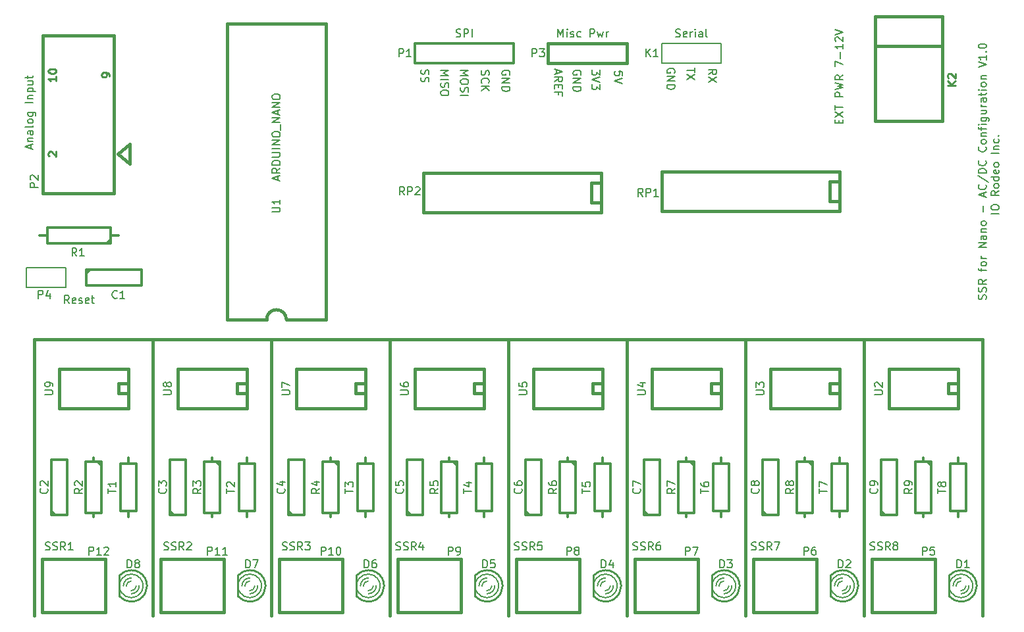
<source format=gto>
G04 (created by PCBNEW (2013-mar-13)-testing) date Mon 08 Jul 2013 02:53:21 PM PDT*
%MOIN*%
G04 Gerber Fmt 3.4, Leading zero omitted, Abs format*
%FSLAX34Y34*%
G01*
G70*
G90*
G04 APERTURE LIST*
%ADD10C,0.005906*%
%ADD11C,0.008000*%
%ADD12C,0.015000*%
%ADD13C,0.012000*%
%ADD14C,0.006000*%
%ADD15C,0.010000*%
G04 APERTURE END LIST*
G54D10*
G54D11*
X72971Y-25054D02*
X72971Y-24921D01*
X73180Y-24864D02*
X73180Y-25054D01*
X72780Y-25054D01*
X72780Y-24864D01*
X72780Y-24730D02*
X73180Y-24464D01*
X72780Y-24464D02*
X73180Y-24730D01*
X72780Y-24369D02*
X72780Y-24140D01*
X73180Y-24254D02*
X72780Y-24254D01*
X73180Y-23702D02*
X72780Y-23702D01*
X72780Y-23550D01*
X72800Y-23511D01*
X72819Y-23492D01*
X72857Y-23473D01*
X72914Y-23473D01*
X72952Y-23492D01*
X72971Y-23511D01*
X72990Y-23550D01*
X72990Y-23702D01*
X72780Y-23340D02*
X73180Y-23245D01*
X72895Y-23169D01*
X73180Y-23092D01*
X72780Y-22997D01*
X73180Y-22616D02*
X72990Y-22749D01*
X73180Y-22845D02*
X72780Y-22845D01*
X72780Y-22692D01*
X72800Y-22654D01*
X72819Y-22635D01*
X72857Y-22616D01*
X72914Y-22616D01*
X72952Y-22635D01*
X72971Y-22654D01*
X72990Y-22692D01*
X72990Y-22845D01*
X72780Y-22178D02*
X72780Y-21911D01*
X73180Y-22083D01*
X73028Y-21759D02*
X73028Y-21454D01*
X73180Y-21054D02*
X73180Y-21283D01*
X73180Y-21169D02*
X72780Y-21169D01*
X72838Y-21207D01*
X72876Y-21245D01*
X72895Y-21283D01*
X72819Y-20902D02*
X72800Y-20883D01*
X72780Y-20845D01*
X72780Y-20750D01*
X72800Y-20711D01*
X72819Y-20692D01*
X72857Y-20673D01*
X72895Y-20673D01*
X72952Y-20692D01*
X73180Y-20921D01*
X73180Y-20673D01*
X72780Y-20559D02*
X73180Y-20426D01*
X72780Y-20292D01*
X66369Y-22583D02*
X66559Y-22450D01*
X66369Y-22354D02*
X66769Y-22354D01*
X66769Y-22507D01*
X66750Y-22545D01*
X66730Y-22564D01*
X66692Y-22583D01*
X66635Y-22583D01*
X66597Y-22564D01*
X66578Y-22545D01*
X66559Y-22507D01*
X66559Y-22354D01*
X66769Y-22716D02*
X66369Y-22983D01*
X66769Y-22983D02*
X66369Y-22716D01*
X65669Y-22245D02*
X65669Y-22473D01*
X65269Y-22359D02*
X65669Y-22359D01*
X65669Y-22569D02*
X65269Y-22835D01*
X65669Y-22835D02*
X65269Y-22569D01*
X64650Y-22495D02*
X64669Y-22457D01*
X64669Y-22400D01*
X64650Y-22342D01*
X64611Y-22304D01*
X64573Y-22285D01*
X64497Y-22266D01*
X64440Y-22266D01*
X64364Y-22285D01*
X64326Y-22304D01*
X64288Y-22342D01*
X64269Y-22400D01*
X64269Y-22438D01*
X64288Y-22495D01*
X64307Y-22514D01*
X64440Y-22514D01*
X64440Y-22438D01*
X64269Y-22685D02*
X64669Y-22685D01*
X64269Y-22914D01*
X64669Y-22914D01*
X64269Y-23104D02*
X64669Y-23104D01*
X64669Y-23200D01*
X64650Y-23257D01*
X64611Y-23295D01*
X64573Y-23314D01*
X64497Y-23333D01*
X64440Y-23333D01*
X64364Y-23314D01*
X64326Y-23295D01*
X64288Y-23257D01*
X64269Y-23200D01*
X64269Y-23104D01*
X62019Y-22623D02*
X62019Y-22433D01*
X61828Y-22414D01*
X61847Y-22433D01*
X61866Y-22471D01*
X61866Y-22566D01*
X61847Y-22604D01*
X61828Y-22623D01*
X61790Y-22642D01*
X61695Y-22642D01*
X61657Y-22623D01*
X61638Y-22604D01*
X61619Y-22566D01*
X61619Y-22471D01*
X61638Y-22433D01*
X61657Y-22414D01*
X62019Y-22757D02*
X61619Y-22890D01*
X62019Y-23023D01*
X60869Y-22354D02*
X60869Y-22602D01*
X60716Y-22469D01*
X60716Y-22526D01*
X60697Y-22564D01*
X60678Y-22583D01*
X60640Y-22602D01*
X60545Y-22602D01*
X60507Y-22583D01*
X60488Y-22564D01*
X60469Y-22526D01*
X60469Y-22411D01*
X60488Y-22373D01*
X60507Y-22354D01*
X60869Y-22716D02*
X60469Y-22850D01*
X60869Y-22983D01*
X60869Y-23078D02*
X60869Y-23326D01*
X60716Y-23192D01*
X60716Y-23250D01*
X60697Y-23288D01*
X60678Y-23307D01*
X60640Y-23326D01*
X60545Y-23326D01*
X60507Y-23307D01*
X60488Y-23288D01*
X60469Y-23250D01*
X60469Y-23135D01*
X60488Y-23097D01*
X60507Y-23078D01*
X59900Y-22595D02*
X59919Y-22557D01*
X59919Y-22500D01*
X59900Y-22442D01*
X59861Y-22404D01*
X59823Y-22385D01*
X59747Y-22366D01*
X59690Y-22366D01*
X59614Y-22385D01*
X59576Y-22404D01*
X59538Y-22442D01*
X59519Y-22500D01*
X59519Y-22538D01*
X59538Y-22595D01*
X59557Y-22614D01*
X59690Y-22614D01*
X59690Y-22538D01*
X59519Y-22785D02*
X59919Y-22785D01*
X59519Y-23014D01*
X59919Y-23014D01*
X59519Y-23204D02*
X59919Y-23204D01*
X59919Y-23300D01*
X59900Y-23357D01*
X59861Y-23395D01*
X59823Y-23414D01*
X59747Y-23433D01*
X59690Y-23433D01*
X59614Y-23414D01*
X59576Y-23395D01*
X59538Y-23357D01*
X59519Y-23300D01*
X59519Y-23204D01*
X58683Y-22352D02*
X58683Y-22542D01*
X58569Y-22314D02*
X58969Y-22447D01*
X58569Y-22580D01*
X58569Y-22942D02*
X58759Y-22809D01*
X58569Y-22714D02*
X58969Y-22714D01*
X58969Y-22866D01*
X58950Y-22904D01*
X58930Y-22923D01*
X58892Y-22942D01*
X58835Y-22942D01*
X58797Y-22923D01*
X58778Y-22904D01*
X58759Y-22866D01*
X58759Y-22714D01*
X58778Y-23114D02*
X58778Y-23247D01*
X58569Y-23304D02*
X58569Y-23114D01*
X58969Y-23114D01*
X58969Y-23304D01*
X58778Y-23609D02*
X58778Y-23476D01*
X58569Y-23476D02*
X58969Y-23476D01*
X58969Y-23666D01*
X56300Y-22595D02*
X56319Y-22557D01*
X56319Y-22500D01*
X56300Y-22442D01*
X56261Y-22404D01*
X56223Y-22385D01*
X56147Y-22366D01*
X56090Y-22366D01*
X56014Y-22385D01*
X55976Y-22404D01*
X55938Y-22442D01*
X55919Y-22500D01*
X55919Y-22538D01*
X55938Y-22595D01*
X55957Y-22614D01*
X56090Y-22614D01*
X56090Y-22538D01*
X55919Y-22785D02*
X56319Y-22785D01*
X55919Y-23014D01*
X56319Y-23014D01*
X55919Y-23204D02*
X56319Y-23204D01*
X56319Y-23300D01*
X56300Y-23357D01*
X56261Y-23395D01*
X56223Y-23414D01*
X56147Y-23433D01*
X56090Y-23433D01*
X56014Y-23414D01*
X55976Y-23395D01*
X55938Y-23357D01*
X55919Y-23300D01*
X55919Y-23204D01*
X54888Y-22385D02*
X54869Y-22442D01*
X54869Y-22538D01*
X54888Y-22576D01*
X54907Y-22595D01*
X54945Y-22614D01*
X54983Y-22614D01*
X55021Y-22595D01*
X55040Y-22576D01*
X55059Y-22538D01*
X55078Y-22461D01*
X55097Y-22423D01*
X55116Y-22404D01*
X55154Y-22385D01*
X55192Y-22385D01*
X55230Y-22404D01*
X55250Y-22423D01*
X55269Y-22461D01*
X55269Y-22557D01*
X55250Y-22614D01*
X54907Y-23014D02*
X54888Y-22995D01*
X54869Y-22938D01*
X54869Y-22900D01*
X54888Y-22842D01*
X54926Y-22804D01*
X54964Y-22785D01*
X55040Y-22766D01*
X55097Y-22766D01*
X55173Y-22785D01*
X55211Y-22804D01*
X55250Y-22842D01*
X55269Y-22900D01*
X55269Y-22938D01*
X55250Y-22995D01*
X55230Y-23014D01*
X54869Y-23185D02*
X55269Y-23185D01*
X54869Y-23414D02*
X55097Y-23242D01*
X55269Y-23414D02*
X55040Y-23185D01*
X53819Y-22371D02*
X54219Y-22371D01*
X53933Y-22504D01*
X54219Y-22638D01*
X53819Y-22638D01*
X54219Y-22904D02*
X54219Y-22980D01*
X54200Y-23019D01*
X54161Y-23057D01*
X54085Y-23076D01*
X53952Y-23076D01*
X53876Y-23057D01*
X53838Y-23019D01*
X53819Y-22980D01*
X53819Y-22904D01*
X53838Y-22866D01*
X53876Y-22828D01*
X53952Y-22809D01*
X54085Y-22809D01*
X54161Y-22828D01*
X54200Y-22866D01*
X54219Y-22904D01*
X53838Y-23228D02*
X53819Y-23285D01*
X53819Y-23380D01*
X53838Y-23419D01*
X53857Y-23438D01*
X53895Y-23457D01*
X53933Y-23457D01*
X53971Y-23438D01*
X53990Y-23419D01*
X54009Y-23380D01*
X54028Y-23304D01*
X54047Y-23266D01*
X54066Y-23247D01*
X54104Y-23228D01*
X54142Y-23228D01*
X54180Y-23247D01*
X54200Y-23266D01*
X54219Y-23304D01*
X54219Y-23400D01*
X54200Y-23457D01*
X53819Y-23628D02*
X54219Y-23628D01*
X52819Y-22371D02*
X53219Y-22371D01*
X52933Y-22504D01*
X53219Y-22638D01*
X52819Y-22638D01*
X52819Y-22828D02*
X53219Y-22828D01*
X52838Y-23000D02*
X52819Y-23057D01*
X52819Y-23152D01*
X52838Y-23190D01*
X52857Y-23209D01*
X52895Y-23228D01*
X52933Y-23228D01*
X52971Y-23209D01*
X52990Y-23190D01*
X53009Y-23152D01*
X53028Y-23076D01*
X53047Y-23038D01*
X53066Y-23019D01*
X53104Y-23000D01*
X53142Y-23000D01*
X53180Y-23019D01*
X53200Y-23038D01*
X53219Y-23076D01*
X53219Y-23171D01*
X53200Y-23228D01*
X53219Y-23476D02*
X53219Y-23552D01*
X53200Y-23590D01*
X53161Y-23628D01*
X53085Y-23647D01*
X52952Y-23647D01*
X52876Y-23628D01*
X52838Y-23590D01*
X52819Y-23552D01*
X52819Y-23476D01*
X52838Y-23438D01*
X52876Y-23400D01*
X52952Y-23380D01*
X53085Y-23380D01*
X53161Y-23400D01*
X53200Y-23438D01*
X53219Y-23476D01*
X51838Y-22345D02*
X51819Y-22402D01*
X51819Y-22497D01*
X51838Y-22535D01*
X51857Y-22554D01*
X51895Y-22573D01*
X51933Y-22573D01*
X51971Y-22554D01*
X51990Y-22535D01*
X52009Y-22497D01*
X52028Y-22421D01*
X52047Y-22383D01*
X52066Y-22364D01*
X52104Y-22345D01*
X52142Y-22345D01*
X52180Y-22364D01*
X52200Y-22383D01*
X52219Y-22421D01*
X52219Y-22516D01*
X52200Y-22573D01*
X51838Y-22726D02*
X51819Y-22783D01*
X51819Y-22878D01*
X51838Y-22916D01*
X51857Y-22935D01*
X51895Y-22954D01*
X51933Y-22954D01*
X51971Y-22935D01*
X51990Y-22916D01*
X52009Y-22878D01*
X52028Y-22802D01*
X52047Y-22764D01*
X52066Y-22745D01*
X52104Y-22726D01*
X52142Y-22726D01*
X52180Y-22745D01*
X52200Y-22764D01*
X52219Y-22802D01*
X52219Y-22897D01*
X52200Y-22954D01*
X64709Y-20661D02*
X64766Y-20680D01*
X64861Y-20680D01*
X64900Y-20661D01*
X64919Y-20642D01*
X64938Y-20604D01*
X64938Y-20566D01*
X64919Y-20528D01*
X64900Y-20509D01*
X64861Y-20490D01*
X64785Y-20471D01*
X64747Y-20452D01*
X64728Y-20433D01*
X64709Y-20395D01*
X64709Y-20357D01*
X64728Y-20319D01*
X64747Y-20300D01*
X64785Y-20280D01*
X64880Y-20280D01*
X64938Y-20300D01*
X65261Y-20661D02*
X65223Y-20680D01*
X65147Y-20680D01*
X65109Y-20661D01*
X65090Y-20623D01*
X65090Y-20471D01*
X65109Y-20433D01*
X65147Y-20414D01*
X65223Y-20414D01*
X65261Y-20433D01*
X65280Y-20471D01*
X65280Y-20509D01*
X65090Y-20547D01*
X65452Y-20680D02*
X65452Y-20414D01*
X65452Y-20490D02*
X65471Y-20452D01*
X65490Y-20433D01*
X65528Y-20414D01*
X65566Y-20414D01*
X65700Y-20680D02*
X65700Y-20414D01*
X65700Y-20280D02*
X65680Y-20300D01*
X65700Y-20319D01*
X65719Y-20300D01*
X65700Y-20280D01*
X65700Y-20319D01*
X66061Y-20680D02*
X66061Y-20471D01*
X66042Y-20433D01*
X66004Y-20414D01*
X65928Y-20414D01*
X65890Y-20433D01*
X66061Y-20661D02*
X66023Y-20680D01*
X65928Y-20680D01*
X65890Y-20661D01*
X65871Y-20623D01*
X65871Y-20585D01*
X65890Y-20547D01*
X65928Y-20528D01*
X66023Y-20528D01*
X66061Y-20509D01*
X66309Y-20680D02*
X66271Y-20661D01*
X66252Y-20623D01*
X66252Y-20280D01*
X58752Y-20680D02*
X58752Y-20280D01*
X58885Y-20566D01*
X59019Y-20280D01*
X59019Y-20680D01*
X59209Y-20680D02*
X59209Y-20414D01*
X59209Y-20280D02*
X59190Y-20300D01*
X59209Y-20319D01*
X59228Y-20300D01*
X59209Y-20280D01*
X59209Y-20319D01*
X59380Y-20661D02*
X59419Y-20680D01*
X59495Y-20680D01*
X59533Y-20661D01*
X59552Y-20623D01*
X59552Y-20604D01*
X59533Y-20566D01*
X59495Y-20547D01*
X59438Y-20547D01*
X59400Y-20528D01*
X59380Y-20490D01*
X59380Y-20471D01*
X59400Y-20433D01*
X59438Y-20414D01*
X59495Y-20414D01*
X59533Y-20433D01*
X59895Y-20661D02*
X59857Y-20680D01*
X59780Y-20680D01*
X59742Y-20661D01*
X59723Y-20642D01*
X59704Y-20604D01*
X59704Y-20490D01*
X59723Y-20452D01*
X59742Y-20433D01*
X59780Y-20414D01*
X59857Y-20414D01*
X59895Y-20433D01*
X60371Y-20680D02*
X60371Y-20280D01*
X60523Y-20280D01*
X60561Y-20300D01*
X60580Y-20319D01*
X60600Y-20357D01*
X60600Y-20414D01*
X60580Y-20452D01*
X60561Y-20471D01*
X60523Y-20490D01*
X60371Y-20490D01*
X60733Y-20414D02*
X60809Y-20680D01*
X60885Y-20490D01*
X60961Y-20680D01*
X61038Y-20414D01*
X61190Y-20680D02*
X61190Y-20414D01*
X61190Y-20490D02*
X61209Y-20452D01*
X61228Y-20433D01*
X61266Y-20414D01*
X61304Y-20414D01*
X53590Y-20661D02*
X53647Y-20680D01*
X53742Y-20680D01*
X53780Y-20661D01*
X53800Y-20642D01*
X53819Y-20604D01*
X53819Y-20566D01*
X53800Y-20528D01*
X53780Y-20509D01*
X53742Y-20490D01*
X53666Y-20471D01*
X53628Y-20452D01*
X53609Y-20433D01*
X53590Y-20395D01*
X53590Y-20357D01*
X53609Y-20319D01*
X53628Y-20300D01*
X53666Y-20280D01*
X53761Y-20280D01*
X53819Y-20300D01*
X53990Y-20680D02*
X53990Y-20280D01*
X54142Y-20280D01*
X54180Y-20300D01*
X54200Y-20319D01*
X54219Y-20357D01*
X54219Y-20414D01*
X54200Y-20452D01*
X54180Y-20471D01*
X54142Y-20490D01*
X53990Y-20490D01*
X54390Y-20680D02*
X54390Y-20280D01*
X34004Y-34180D02*
X33871Y-33990D01*
X33776Y-34180D02*
X33776Y-33780D01*
X33928Y-33780D01*
X33966Y-33800D01*
X33985Y-33819D01*
X34004Y-33857D01*
X34004Y-33914D01*
X33985Y-33952D01*
X33966Y-33971D01*
X33928Y-33990D01*
X33776Y-33990D01*
X34328Y-34161D02*
X34290Y-34180D01*
X34214Y-34180D01*
X34176Y-34161D01*
X34157Y-34123D01*
X34157Y-33971D01*
X34176Y-33933D01*
X34214Y-33914D01*
X34290Y-33914D01*
X34328Y-33933D01*
X34347Y-33971D01*
X34347Y-34009D01*
X34157Y-34047D01*
X34500Y-34161D02*
X34538Y-34180D01*
X34614Y-34180D01*
X34652Y-34161D01*
X34671Y-34123D01*
X34671Y-34104D01*
X34652Y-34066D01*
X34614Y-34047D01*
X34557Y-34047D01*
X34519Y-34028D01*
X34500Y-33990D01*
X34500Y-33971D01*
X34519Y-33933D01*
X34557Y-33914D01*
X34614Y-33914D01*
X34652Y-33933D01*
X34995Y-34161D02*
X34957Y-34180D01*
X34880Y-34180D01*
X34842Y-34161D01*
X34823Y-34123D01*
X34823Y-33971D01*
X34842Y-33933D01*
X34880Y-33914D01*
X34957Y-33914D01*
X34995Y-33933D01*
X35014Y-33971D01*
X35014Y-34009D01*
X34823Y-34047D01*
X35128Y-33914D02*
X35280Y-33914D01*
X35185Y-33780D02*
X35185Y-34123D01*
X35204Y-34161D01*
X35242Y-34180D01*
X35280Y-34180D01*
X74554Y-46661D02*
X74611Y-46680D01*
X74707Y-46680D01*
X74745Y-46661D01*
X74764Y-46642D01*
X74783Y-46604D01*
X74783Y-46566D01*
X74764Y-46528D01*
X74745Y-46509D01*
X74707Y-46490D01*
X74630Y-46471D01*
X74592Y-46452D01*
X74573Y-46433D01*
X74554Y-46395D01*
X74554Y-46357D01*
X74573Y-46319D01*
X74592Y-46300D01*
X74630Y-46280D01*
X74726Y-46280D01*
X74783Y-46300D01*
X74935Y-46661D02*
X74992Y-46680D01*
X75088Y-46680D01*
X75126Y-46661D01*
X75145Y-46642D01*
X75164Y-46604D01*
X75164Y-46566D01*
X75145Y-46528D01*
X75126Y-46509D01*
X75088Y-46490D01*
X75011Y-46471D01*
X74973Y-46452D01*
X74954Y-46433D01*
X74935Y-46395D01*
X74935Y-46357D01*
X74954Y-46319D01*
X74973Y-46300D01*
X75011Y-46280D01*
X75107Y-46280D01*
X75164Y-46300D01*
X75564Y-46680D02*
X75430Y-46490D01*
X75335Y-46680D02*
X75335Y-46280D01*
X75488Y-46280D01*
X75526Y-46300D01*
X75545Y-46319D01*
X75564Y-46357D01*
X75564Y-46414D01*
X75545Y-46452D01*
X75526Y-46471D01*
X75488Y-46490D01*
X75335Y-46490D01*
X75792Y-46452D02*
X75754Y-46433D01*
X75735Y-46414D01*
X75716Y-46376D01*
X75716Y-46357D01*
X75735Y-46319D01*
X75754Y-46300D01*
X75792Y-46280D01*
X75869Y-46280D01*
X75907Y-46300D01*
X75926Y-46319D01*
X75945Y-46357D01*
X75945Y-46376D01*
X75926Y-46414D01*
X75907Y-46433D01*
X75869Y-46452D01*
X75792Y-46452D01*
X75754Y-46471D01*
X75735Y-46490D01*
X75716Y-46528D01*
X75716Y-46604D01*
X75735Y-46642D01*
X75754Y-46661D01*
X75792Y-46680D01*
X75869Y-46680D01*
X75907Y-46661D01*
X75926Y-46642D01*
X75945Y-46604D01*
X75945Y-46528D01*
X75926Y-46490D01*
X75907Y-46471D01*
X75869Y-46452D01*
X68554Y-46661D02*
X68611Y-46680D01*
X68707Y-46680D01*
X68745Y-46661D01*
X68764Y-46642D01*
X68783Y-46604D01*
X68783Y-46566D01*
X68764Y-46528D01*
X68745Y-46509D01*
X68707Y-46490D01*
X68630Y-46471D01*
X68592Y-46452D01*
X68573Y-46433D01*
X68554Y-46395D01*
X68554Y-46357D01*
X68573Y-46319D01*
X68592Y-46300D01*
X68630Y-46280D01*
X68726Y-46280D01*
X68783Y-46300D01*
X68935Y-46661D02*
X68992Y-46680D01*
X69088Y-46680D01*
X69126Y-46661D01*
X69145Y-46642D01*
X69164Y-46604D01*
X69164Y-46566D01*
X69145Y-46528D01*
X69126Y-46509D01*
X69088Y-46490D01*
X69011Y-46471D01*
X68973Y-46452D01*
X68954Y-46433D01*
X68935Y-46395D01*
X68935Y-46357D01*
X68954Y-46319D01*
X68973Y-46300D01*
X69011Y-46280D01*
X69107Y-46280D01*
X69164Y-46300D01*
X69564Y-46680D02*
X69430Y-46490D01*
X69335Y-46680D02*
X69335Y-46280D01*
X69488Y-46280D01*
X69526Y-46300D01*
X69545Y-46319D01*
X69564Y-46357D01*
X69564Y-46414D01*
X69545Y-46452D01*
X69526Y-46471D01*
X69488Y-46490D01*
X69335Y-46490D01*
X69697Y-46280D02*
X69964Y-46280D01*
X69792Y-46680D01*
X62554Y-46661D02*
X62611Y-46680D01*
X62707Y-46680D01*
X62745Y-46661D01*
X62764Y-46642D01*
X62783Y-46604D01*
X62783Y-46566D01*
X62764Y-46528D01*
X62745Y-46509D01*
X62707Y-46490D01*
X62630Y-46471D01*
X62592Y-46452D01*
X62573Y-46433D01*
X62554Y-46395D01*
X62554Y-46357D01*
X62573Y-46319D01*
X62592Y-46300D01*
X62630Y-46280D01*
X62726Y-46280D01*
X62783Y-46300D01*
X62935Y-46661D02*
X62992Y-46680D01*
X63088Y-46680D01*
X63126Y-46661D01*
X63145Y-46642D01*
X63164Y-46604D01*
X63164Y-46566D01*
X63145Y-46528D01*
X63126Y-46509D01*
X63088Y-46490D01*
X63011Y-46471D01*
X62973Y-46452D01*
X62954Y-46433D01*
X62935Y-46395D01*
X62935Y-46357D01*
X62954Y-46319D01*
X62973Y-46300D01*
X63011Y-46280D01*
X63107Y-46280D01*
X63164Y-46300D01*
X63564Y-46680D02*
X63430Y-46490D01*
X63335Y-46680D02*
X63335Y-46280D01*
X63488Y-46280D01*
X63526Y-46300D01*
X63545Y-46319D01*
X63564Y-46357D01*
X63564Y-46414D01*
X63545Y-46452D01*
X63526Y-46471D01*
X63488Y-46490D01*
X63335Y-46490D01*
X63907Y-46280D02*
X63830Y-46280D01*
X63792Y-46300D01*
X63773Y-46319D01*
X63735Y-46376D01*
X63716Y-46452D01*
X63716Y-46604D01*
X63735Y-46642D01*
X63754Y-46661D01*
X63792Y-46680D01*
X63869Y-46680D01*
X63907Y-46661D01*
X63926Y-46642D01*
X63945Y-46604D01*
X63945Y-46509D01*
X63926Y-46471D01*
X63907Y-46452D01*
X63869Y-46433D01*
X63792Y-46433D01*
X63754Y-46452D01*
X63735Y-46471D01*
X63716Y-46509D01*
X56554Y-46661D02*
X56611Y-46680D01*
X56707Y-46680D01*
X56745Y-46661D01*
X56764Y-46642D01*
X56783Y-46604D01*
X56783Y-46566D01*
X56764Y-46528D01*
X56745Y-46509D01*
X56707Y-46490D01*
X56630Y-46471D01*
X56592Y-46452D01*
X56573Y-46433D01*
X56554Y-46395D01*
X56554Y-46357D01*
X56573Y-46319D01*
X56592Y-46300D01*
X56630Y-46280D01*
X56726Y-46280D01*
X56783Y-46300D01*
X56935Y-46661D02*
X56992Y-46680D01*
X57088Y-46680D01*
X57126Y-46661D01*
X57145Y-46642D01*
X57164Y-46604D01*
X57164Y-46566D01*
X57145Y-46528D01*
X57126Y-46509D01*
X57088Y-46490D01*
X57011Y-46471D01*
X56973Y-46452D01*
X56954Y-46433D01*
X56935Y-46395D01*
X56935Y-46357D01*
X56954Y-46319D01*
X56973Y-46300D01*
X57011Y-46280D01*
X57107Y-46280D01*
X57164Y-46300D01*
X57564Y-46680D02*
X57430Y-46490D01*
X57335Y-46680D02*
X57335Y-46280D01*
X57488Y-46280D01*
X57526Y-46300D01*
X57545Y-46319D01*
X57564Y-46357D01*
X57564Y-46414D01*
X57545Y-46452D01*
X57526Y-46471D01*
X57488Y-46490D01*
X57335Y-46490D01*
X57926Y-46280D02*
X57735Y-46280D01*
X57716Y-46471D01*
X57735Y-46452D01*
X57773Y-46433D01*
X57869Y-46433D01*
X57907Y-46452D01*
X57926Y-46471D01*
X57945Y-46509D01*
X57945Y-46604D01*
X57926Y-46642D01*
X57907Y-46661D01*
X57869Y-46680D01*
X57773Y-46680D01*
X57735Y-46661D01*
X57716Y-46642D01*
X50554Y-46661D02*
X50611Y-46680D01*
X50707Y-46680D01*
X50745Y-46661D01*
X50764Y-46642D01*
X50783Y-46604D01*
X50783Y-46566D01*
X50764Y-46528D01*
X50745Y-46509D01*
X50707Y-46490D01*
X50630Y-46471D01*
X50592Y-46452D01*
X50573Y-46433D01*
X50554Y-46395D01*
X50554Y-46357D01*
X50573Y-46319D01*
X50592Y-46300D01*
X50630Y-46280D01*
X50726Y-46280D01*
X50783Y-46300D01*
X50935Y-46661D02*
X50992Y-46680D01*
X51088Y-46680D01*
X51126Y-46661D01*
X51145Y-46642D01*
X51164Y-46604D01*
X51164Y-46566D01*
X51145Y-46528D01*
X51126Y-46509D01*
X51088Y-46490D01*
X51011Y-46471D01*
X50973Y-46452D01*
X50954Y-46433D01*
X50935Y-46395D01*
X50935Y-46357D01*
X50954Y-46319D01*
X50973Y-46300D01*
X51011Y-46280D01*
X51107Y-46280D01*
X51164Y-46300D01*
X51564Y-46680D02*
X51430Y-46490D01*
X51335Y-46680D02*
X51335Y-46280D01*
X51488Y-46280D01*
X51526Y-46300D01*
X51545Y-46319D01*
X51564Y-46357D01*
X51564Y-46414D01*
X51545Y-46452D01*
X51526Y-46471D01*
X51488Y-46490D01*
X51335Y-46490D01*
X51907Y-46414D02*
X51907Y-46680D01*
X51811Y-46261D02*
X51716Y-46547D01*
X51964Y-46547D01*
X44804Y-46661D02*
X44861Y-46680D01*
X44957Y-46680D01*
X44995Y-46661D01*
X45014Y-46642D01*
X45033Y-46604D01*
X45033Y-46566D01*
X45014Y-46528D01*
X44995Y-46509D01*
X44957Y-46490D01*
X44880Y-46471D01*
X44842Y-46452D01*
X44823Y-46433D01*
X44804Y-46395D01*
X44804Y-46357D01*
X44823Y-46319D01*
X44842Y-46300D01*
X44880Y-46280D01*
X44976Y-46280D01*
X45033Y-46300D01*
X45185Y-46661D02*
X45242Y-46680D01*
X45338Y-46680D01*
X45376Y-46661D01*
X45395Y-46642D01*
X45414Y-46604D01*
X45414Y-46566D01*
X45395Y-46528D01*
X45376Y-46509D01*
X45338Y-46490D01*
X45261Y-46471D01*
X45223Y-46452D01*
X45204Y-46433D01*
X45185Y-46395D01*
X45185Y-46357D01*
X45204Y-46319D01*
X45223Y-46300D01*
X45261Y-46280D01*
X45357Y-46280D01*
X45414Y-46300D01*
X45814Y-46680D02*
X45680Y-46490D01*
X45585Y-46680D02*
X45585Y-46280D01*
X45738Y-46280D01*
X45776Y-46300D01*
X45795Y-46319D01*
X45814Y-46357D01*
X45814Y-46414D01*
X45795Y-46452D01*
X45776Y-46471D01*
X45738Y-46490D01*
X45585Y-46490D01*
X45947Y-46280D02*
X46195Y-46280D01*
X46061Y-46433D01*
X46119Y-46433D01*
X46157Y-46452D01*
X46176Y-46471D01*
X46195Y-46509D01*
X46195Y-46604D01*
X46176Y-46642D01*
X46157Y-46661D01*
X46119Y-46680D01*
X46004Y-46680D01*
X45966Y-46661D01*
X45947Y-46642D01*
X38804Y-46661D02*
X38861Y-46680D01*
X38957Y-46680D01*
X38995Y-46661D01*
X39014Y-46642D01*
X39033Y-46604D01*
X39033Y-46566D01*
X39014Y-46528D01*
X38995Y-46509D01*
X38957Y-46490D01*
X38880Y-46471D01*
X38842Y-46452D01*
X38823Y-46433D01*
X38804Y-46395D01*
X38804Y-46357D01*
X38823Y-46319D01*
X38842Y-46300D01*
X38880Y-46280D01*
X38976Y-46280D01*
X39033Y-46300D01*
X39185Y-46661D02*
X39242Y-46680D01*
X39338Y-46680D01*
X39376Y-46661D01*
X39395Y-46642D01*
X39414Y-46604D01*
X39414Y-46566D01*
X39395Y-46528D01*
X39376Y-46509D01*
X39338Y-46490D01*
X39261Y-46471D01*
X39223Y-46452D01*
X39204Y-46433D01*
X39185Y-46395D01*
X39185Y-46357D01*
X39204Y-46319D01*
X39223Y-46300D01*
X39261Y-46280D01*
X39357Y-46280D01*
X39414Y-46300D01*
X39814Y-46680D02*
X39680Y-46490D01*
X39585Y-46680D02*
X39585Y-46280D01*
X39738Y-46280D01*
X39776Y-46300D01*
X39795Y-46319D01*
X39814Y-46357D01*
X39814Y-46414D01*
X39795Y-46452D01*
X39776Y-46471D01*
X39738Y-46490D01*
X39585Y-46490D01*
X39966Y-46319D02*
X39985Y-46300D01*
X40023Y-46280D01*
X40119Y-46280D01*
X40157Y-46300D01*
X40176Y-46319D01*
X40195Y-46357D01*
X40195Y-46395D01*
X40176Y-46452D01*
X39947Y-46680D01*
X40195Y-46680D01*
X32804Y-46661D02*
X32861Y-46680D01*
X32957Y-46680D01*
X32995Y-46661D01*
X33014Y-46642D01*
X33033Y-46604D01*
X33033Y-46566D01*
X33014Y-46528D01*
X32995Y-46509D01*
X32957Y-46490D01*
X32880Y-46471D01*
X32842Y-46452D01*
X32823Y-46433D01*
X32804Y-46395D01*
X32804Y-46357D01*
X32823Y-46319D01*
X32842Y-46300D01*
X32880Y-46280D01*
X32976Y-46280D01*
X33033Y-46300D01*
X33185Y-46661D02*
X33242Y-46680D01*
X33338Y-46680D01*
X33376Y-46661D01*
X33395Y-46642D01*
X33414Y-46604D01*
X33414Y-46566D01*
X33395Y-46528D01*
X33376Y-46509D01*
X33338Y-46490D01*
X33261Y-46471D01*
X33223Y-46452D01*
X33204Y-46433D01*
X33185Y-46395D01*
X33185Y-46357D01*
X33204Y-46319D01*
X33223Y-46300D01*
X33261Y-46280D01*
X33357Y-46280D01*
X33414Y-46300D01*
X33814Y-46680D02*
X33680Y-46490D01*
X33585Y-46680D02*
X33585Y-46280D01*
X33738Y-46280D01*
X33776Y-46300D01*
X33795Y-46319D01*
X33814Y-46357D01*
X33814Y-46414D01*
X33795Y-46452D01*
X33776Y-46471D01*
X33738Y-46490D01*
X33585Y-46490D01*
X34195Y-46680D02*
X33966Y-46680D01*
X34080Y-46680D02*
X34080Y-46280D01*
X34042Y-46338D01*
X34004Y-46376D01*
X33966Y-46395D01*
X80411Y-33976D02*
X80430Y-33919D01*
X80430Y-33823D01*
X80411Y-33785D01*
X80392Y-33766D01*
X80354Y-33747D01*
X80316Y-33747D01*
X80278Y-33766D01*
X80259Y-33785D01*
X80240Y-33823D01*
X80221Y-33899D01*
X80202Y-33938D01*
X80183Y-33957D01*
X80145Y-33976D01*
X80107Y-33976D01*
X80069Y-33957D01*
X80050Y-33938D01*
X80030Y-33899D01*
X80030Y-33804D01*
X80050Y-33747D01*
X80411Y-33595D02*
X80430Y-33538D01*
X80430Y-33442D01*
X80411Y-33404D01*
X80392Y-33385D01*
X80354Y-33366D01*
X80316Y-33366D01*
X80278Y-33385D01*
X80259Y-33404D01*
X80240Y-33442D01*
X80221Y-33519D01*
X80202Y-33557D01*
X80183Y-33576D01*
X80145Y-33595D01*
X80107Y-33595D01*
X80069Y-33576D01*
X80050Y-33557D01*
X80030Y-33519D01*
X80030Y-33423D01*
X80050Y-33366D01*
X80430Y-32966D02*
X80240Y-33099D01*
X80430Y-33195D02*
X80030Y-33195D01*
X80030Y-33042D01*
X80050Y-33004D01*
X80069Y-32985D01*
X80107Y-32966D01*
X80164Y-32966D01*
X80202Y-32985D01*
X80221Y-33004D01*
X80240Y-33042D01*
X80240Y-33195D01*
X80164Y-32547D02*
X80164Y-32395D01*
X80430Y-32490D02*
X80088Y-32490D01*
X80050Y-32471D01*
X80030Y-32433D01*
X80030Y-32395D01*
X80430Y-32204D02*
X80411Y-32242D01*
X80392Y-32261D01*
X80354Y-32280D01*
X80240Y-32280D01*
X80202Y-32261D01*
X80183Y-32242D01*
X80164Y-32204D01*
X80164Y-32147D01*
X80183Y-32109D01*
X80202Y-32090D01*
X80240Y-32071D01*
X80354Y-32071D01*
X80392Y-32090D01*
X80411Y-32109D01*
X80430Y-32147D01*
X80430Y-32204D01*
X80430Y-31899D02*
X80164Y-31899D01*
X80240Y-31899D02*
X80202Y-31880D01*
X80183Y-31861D01*
X80164Y-31823D01*
X80164Y-31785D01*
X80430Y-31347D02*
X80030Y-31347D01*
X80430Y-31119D01*
X80030Y-31119D01*
X80430Y-30757D02*
X80221Y-30757D01*
X80183Y-30776D01*
X80164Y-30814D01*
X80164Y-30890D01*
X80183Y-30928D01*
X80411Y-30757D02*
X80430Y-30795D01*
X80430Y-30890D01*
X80411Y-30928D01*
X80373Y-30947D01*
X80335Y-30947D01*
X80297Y-30928D01*
X80278Y-30890D01*
X80278Y-30795D01*
X80259Y-30757D01*
X80164Y-30566D02*
X80430Y-30566D01*
X80202Y-30566D02*
X80183Y-30547D01*
X80164Y-30509D01*
X80164Y-30452D01*
X80183Y-30414D01*
X80221Y-30395D01*
X80430Y-30395D01*
X80430Y-30147D02*
X80411Y-30185D01*
X80392Y-30204D01*
X80354Y-30223D01*
X80240Y-30223D01*
X80202Y-30204D01*
X80183Y-30185D01*
X80164Y-30147D01*
X80164Y-30090D01*
X80183Y-30052D01*
X80202Y-30033D01*
X80240Y-30014D01*
X80354Y-30014D01*
X80392Y-30033D01*
X80411Y-30052D01*
X80430Y-30090D01*
X80430Y-30147D01*
X80278Y-29538D02*
X80278Y-29233D01*
X80316Y-28757D02*
X80316Y-28566D01*
X80430Y-28795D02*
X80030Y-28661D01*
X80430Y-28528D01*
X80392Y-28166D02*
X80411Y-28185D01*
X80430Y-28242D01*
X80430Y-28280D01*
X80411Y-28338D01*
X80373Y-28376D01*
X80335Y-28395D01*
X80259Y-28414D01*
X80202Y-28414D01*
X80126Y-28395D01*
X80088Y-28376D01*
X80050Y-28338D01*
X80030Y-28280D01*
X80030Y-28242D01*
X80050Y-28185D01*
X80069Y-28166D01*
X80011Y-27709D02*
X80526Y-28052D01*
X80430Y-27576D02*
X80030Y-27576D01*
X80030Y-27480D01*
X80050Y-27423D01*
X80088Y-27385D01*
X80126Y-27366D01*
X80202Y-27347D01*
X80259Y-27347D01*
X80335Y-27366D01*
X80373Y-27385D01*
X80411Y-27423D01*
X80430Y-27480D01*
X80430Y-27576D01*
X80392Y-26947D02*
X80411Y-26966D01*
X80430Y-27023D01*
X80430Y-27061D01*
X80411Y-27119D01*
X80373Y-27157D01*
X80335Y-27176D01*
X80259Y-27195D01*
X80202Y-27195D01*
X80126Y-27176D01*
X80088Y-27157D01*
X80050Y-27119D01*
X80030Y-27061D01*
X80030Y-27023D01*
X80050Y-26966D01*
X80069Y-26947D01*
X80392Y-26242D02*
X80411Y-26261D01*
X80430Y-26319D01*
X80430Y-26357D01*
X80411Y-26414D01*
X80373Y-26452D01*
X80335Y-26471D01*
X80259Y-26490D01*
X80202Y-26490D01*
X80126Y-26471D01*
X80088Y-26452D01*
X80050Y-26414D01*
X80030Y-26357D01*
X80030Y-26319D01*
X80050Y-26261D01*
X80069Y-26242D01*
X80430Y-26014D02*
X80411Y-26052D01*
X80392Y-26071D01*
X80354Y-26090D01*
X80240Y-26090D01*
X80202Y-26071D01*
X80183Y-26052D01*
X80164Y-26014D01*
X80164Y-25957D01*
X80183Y-25919D01*
X80202Y-25900D01*
X80240Y-25880D01*
X80354Y-25880D01*
X80392Y-25900D01*
X80411Y-25919D01*
X80430Y-25957D01*
X80430Y-26014D01*
X80164Y-25709D02*
X80430Y-25709D01*
X80202Y-25709D02*
X80183Y-25690D01*
X80164Y-25652D01*
X80164Y-25595D01*
X80183Y-25557D01*
X80221Y-25538D01*
X80430Y-25538D01*
X80164Y-25404D02*
X80164Y-25252D01*
X80430Y-25347D02*
X80088Y-25347D01*
X80050Y-25328D01*
X80030Y-25290D01*
X80030Y-25252D01*
X80430Y-25119D02*
X80164Y-25119D01*
X80030Y-25119D02*
X80050Y-25138D01*
X80069Y-25119D01*
X80050Y-25100D01*
X80030Y-25119D01*
X80069Y-25119D01*
X80164Y-24757D02*
X80488Y-24757D01*
X80526Y-24776D01*
X80545Y-24795D01*
X80564Y-24833D01*
X80564Y-24890D01*
X80545Y-24928D01*
X80411Y-24757D02*
X80430Y-24795D01*
X80430Y-24871D01*
X80411Y-24909D01*
X80392Y-24928D01*
X80354Y-24947D01*
X80240Y-24947D01*
X80202Y-24928D01*
X80183Y-24909D01*
X80164Y-24871D01*
X80164Y-24795D01*
X80183Y-24757D01*
X80164Y-24395D02*
X80430Y-24395D01*
X80164Y-24566D02*
X80373Y-24566D01*
X80411Y-24547D01*
X80430Y-24509D01*
X80430Y-24452D01*
X80411Y-24414D01*
X80392Y-24395D01*
X80430Y-24204D02*
X80164Y-24204D01*
X80240Y-24204D02*
X80202Y-24185D01*
X80183Y-24166D01*
X80164Y-24128D01*
X80164Y-24090D01*
X80430Y-23785D02*
X80221Y-23785D01*
X80183Y-23804D01*
X80164Y-23842D01*
X80164Y-23919D01*
X80183Y-23957D01*
X80411Y-23785D02*
X80430Y-23823D01*
X80430Y-23919D01*
X80411Y-23957D01*
X80373Y-23976D01*
X80335Y-23976D01*
X80297Y-23957D01*
X80278Y-23919D01*
X80278Y-23823D01*
X80259Y-23785D01*
X80164Y-23652D02*
X80164Y-23500D01*
X80030Y-23595D02*
X80373Y-23595D01*
X80411Y-23576D01*
X80430Y-23538D01*
X80430Y-23500D01*
X80430Y-23366D02*
X80164Y-23366D01*
X80030Y-23366D02*
X80050Y-23385D01*
X80069Y-23366D01*
X80050Y-23347D01*
X80030Y-23366D01*
X80069Y-23366D01*
X80430Y-23119D02*
X80411Y-23157D01*
X80392Y-23176D01*
X80354Y-23195D01*
X80240Y-23195D01*
X80202Y-23176D01*
X80183Y-23157D01*
X80164Y-23119D01*
X80164Y-23061D01*
X80183Y-23023D01*
X80202Y-23004D01*
X80240Y-22985D01*
X80354Y-22985D01*
X80392Y-23004D01*
X80411Y-23023D01*
X80430Y-23061D01*
X80430Y-23119D01*
X80164Y-22814D02*
X80430Y-22814D01*
X80202Y-22814D02*
X80183Y-22795D01*
X80164Y-22757D01*
X80164Y-22700D01*
X80183Y-22661D01*
X80221Y-22642D01*
X80430Y-22642D01*
X80030Y-22204D02*
X80430Y-22071D01*
X80030Y-21938D01*
X80430Y-21595D02*
X80430Y-21823D01*
X80430Y-21709D02*
X80030Y-21709D01*
X80088Y-21747D01*
X80126Y-21785D01*
X80145Y-21823D01*
X80392Y-21423D02*
X80411Y-21404D01*
X80430Y-21423D01*
X80411Y-21442D01*
X80392Y-21423D01*
X80430Y-21423D01*
X80030Y-21157D02*
X80030Y-21119D01*
X80050Y-21080D01*
X80069Y-21061D01*
X80107Y-21042D01*
X80183Y-21023D01*
X80278Y-21023D01*
X80354Y-21042D01*
X80392Y-21061D01*
X80411Y-21080D01*
X80430Y-21119D01*
X80430Y-21157D01*
X80411Y-21195D01*
X80392Y-21214D01*
X80354Y-21233D01*
X80278Y-21252D01*
X80183Y-21252D01*
X80107Y-21233D01*
X80069Y-21214D01*
X80050Y-21195D01*
X80030Y-21157D01*
X81070Y-29623D02*
X80670Y-29623D01*
X80670Y-29357D02*
X80670Y-29280D01*
X80690Y-29242D01*
X80728Y-29204D01*
X80804Y-29185D01*
X80937Y-29185D01*
X81013Y-29204D01*
X81051Y-29242D01*
X81070Y-29280D01*
X81070Y-29357D01*
X81051Y-29395D01*
X81013Y-29433D01*
X80937Y-29452D01*
X80804Y-29452D01*
X80728Y-29433D01*
X80690Y-29395D01*
X80670Y-29357D01*
X81070Y-28480D02*
X80880Y-28614D01*
X81070Y-28709D02*
X80670Y-28709D01*
X80670Y-28557D01*
X80690Y-28519D01*
X80709Y-28500D01*
X80747Y-28480D01*
X80804Y-28480D01*
X80842Y-28500D01*
X80861Y-28519D01*
X80880Y-28557D01*
X80880Y-28709D01*
X81070Y-28252D02*
X81051Y-28290D01*
X81032Y-28309D01*
X80994Y-28328D01*
X80880Y-28328D01*
X80842Y-28309D01*
X80823Y-28290D01*
X80804Y-28252D01*
X80804Y-28195D01*
X80823Y-28157D01*
X80842Y-28138D01*
X80880Y-28119D01*
X80994Y-28119D01*
X81032Y-28138D01*
X81051Y-28157D01*
X81070Y-28195D01*
X81070Y-28252D01*
X81070Y-27776D02*
X80670Y-27776D01*
X81051Y-27776D02*
X81070Y-27814D01*
X81070Y-27890D01*
X81051Y-27928D01*
X81032Y-27947D01*
X80994Y-27966D01*
X80880Y-27966D01*
X80842Y-27947D01*
X80823Y-27928D01*
X80804Y-27890D01*
X80804Y-27814D01*
X80823Y-27776D01*
X81051Y-27433D02*
X81070Y-27471D01*
X81070Y-27547D01*
X81051Y-27585D01*
X81013Y-27604D01*
X80861Y-27604D01*
X80823Y-27585D01*
X80804Y-27547D01*
X80804Y-27471D01*
X80823Y-27433D01*
X80861Y-27414D01*
X80899Y-27414D01*
X80937Y-27604D01*
X81070Y-27185D02*
X81051Y-27223D01*
X81032Y-27242D01*
X80994Y-27261D01*
X80880Y-27261D01*
X80842Y-27242D01*
X80823Y-27223D01*
X80804Y-27185D01*
X80804Y-27128D01*
X80823Y-27090D01*
X80842Y-27071D01*
X80880Y-27052D01*
X80994Y-27052D01*
X81032Y-27071D01*
X81051Y-27090D01*
X81070Y-27128D01*
X81070Y-27185D01*
X81070Y-26576D02*
X80670Y-26576D01*
X80804Y-26385D02*
X81070Y-26385D01*
X80842Y-26385D02*
X80823Y-26366D01*
X80804Y-26328D01*
X80804Y-26271D01*
X80823Y-26233D01*
X80861Y-26214D01*
X81070Y-26214D01*
X81051Y-25852D02*
X81070Y-25890D01*
X81070Y-25966D01*
X81051Y-26004D01*
X81032Y-26023D01*
X80994Y-26042D01*
X80880Y-26042D01*
X80842Y-26023D01*
X80823Y-26004D01*
X80804Y-25966D01*
X80804Y-25890D01*
X80823Y-25852D01*
X81032Y-25680D02*
X81051Y-25661D01*
X81070Y-25680D01*
X81051Y-25700D01*
X81032Y-25680D01*
X81070Y-25680D01*
G54D12*
X74250Y-50000D02*
X74250Y-36000D01*
X68250Y-50000D02*
X68250Y-36000D01*
X80250Y-36000D02*
X38250Y-36000D01*
X80250Y-50000D02*
X80250Y-36000D01*
X32250Y-36000D02*
X38250Y-36000D01*
X32250Y-50000D02*
X32250Y-36000D01*
X62250Y-36000D02*
X62000Y-36000D01*
X62250Y-50000D02*
X62250Y-36000D01*
X56250Y-50000D02*
X56250Y-36000D01*
X50250Y-36000D02*
X50000Y-36000D01*
X50250Y-50000D02*
X50250Y-36000D01*
X44250Y-50000D02*
X44250Y-36000D01*
X38250Y-50000D02*
X38250Y-36000D01*
G54D11*
X32066Y-26328D02*
X32066Y-26138D01*
X32180Y-26366D02*
X31780Y-26233D01*
X32180Y-26099D01*
X31914Y-25966D02*
X32180Y-25966D01*
X31952Y-25966D02*
X31933Y-25947D01*
X31914Y-25909D01*
X31914Y-25852D01*
X31933Y-25814D01*
X31971Y-25795D01*
X32180Y-25795D01*
X32180Y-25433D02*
X31971Y-25433D01*
X31933Y-25452D01*
X31914Y-25490D01*
X31914Y-25566D01*
X31933Y-25604D01*
X32161Y-25433D02*
X32180Y-25471D01*
X32180Y-25566D01*
X32161Y-25604D01*
X32123Y-25623D01*
X32085Y-25623D01*
X32047Y-25604D01*
X32028Y-25566D01*
X32028Y-25471D01*
X32009Y-25433D01*
X32180Y-25185D02*
X32161Y-25223D01*
X32123Y-25242D01*
X31780Y-25242D01*
X32180Y-24976D02*
X32161Y-25014D01*
X32142Y-25033D01*
X32104Y-25052D01*
X31990Y-25052D01*
X31952Y-25033D01*
X31933Y-25014D01*
X31914Y-24976D01*
X31914Y-24919D01*
X31933Y-24880D01*
X31952Y-24861D01*
X31990Y-24842D01*
X32104Y-24842D01*
X32142Y-24861D01*
X32161Y-24880D01*
X32180Y-24919D01*
X32180Y-24976D01*
X31914Y-24500D02*
X32238Y-24500D01*
X32276Y-24519D01*
X32295Y-24538D01*
X32314Y-24576D01*
X32314Y-24633D01*
X32295Y-24671D01*
X32161Y-24500D02*
X32180Y-24538D01*
X32180Y-24614D01*
X32161Y-24652D01*
X32142Y-24671D01*
X32104Y-24690D01*
X31990Y-24690D01*
X31952Y-24671D01*
X31933Y-24652D01*
X31914Y-24614D01*
X31914Y-24538D01*
X31933Y-24500D01*
X32180Y-24004D02*
X31780Y-24004D01*
X31914Y-23814D02*
X32180Y-23814D01*
X31952Y-23814D02*
X31933Y-23795D01*
X31914Y-23757D01*
X31914Y-23700D01*
X31933Y-23661D01*
X31971Y-23642D01*
X32180Y-23642D01*
X31914Y-23452D02*
X32314Y-23452D01*
X31933Y-23452D02*
X31914Y-23414D01*
X31914Y-23338D01*
X31933Y-23300D01*
X31952Y-23280D01*
X31990Y-23261D01*
X32104Y-23261D01*
X32142Y-23280D01*
X32161Y-23300D01*
X32180Y-23338D01*
X32180Y-23414D01*
X32161Y-23452D01*
X31914Y-22919D02*
X32180Y-22919D01*
X31914Y-23090D02*
X32123Y-23090D01*
X32161Y-23071D01*
X32180Y-23033D01*
X32180Y-22976D01*
X32161Y-22938D01*
X32142Y-22919D01*
X31914Y-22785D02*
X31914Y-22633D01*
X31780Y-22728D02*
X32123Y-22728D01*
X32161Y-22709D01*
X32180Y-22671D01*
X32180Y-22633D01*
G54D12*
X45000Y-35000D02*
G75*
G03X44500Y-34500I-500J0D01*
G74*
G01*
X44500Y-34500D02*
G75*
G03X44000Y-35000I0J-500D01*
G74*
G01*
X42000Y-35000D02*
X44000Y-35000D01*
X47000Y-35000D02*
X45000Y-35000D01*
X47000Y-35000D02*
X47000Y-20000D01*
X47000Y-20000D02*
X42000Y-20000D01*
X42000Y-20000D02*
X42000Y-35000D01*
G54D13*
X34870Y-32475D02*
X37670Y-32475D01*
X37670Y-32475D02*
X37670Y-33275D01*
X37670Y-33275D02*
X34870Y-33275D01*
X34870Y-33275D02*
X34870Y-32475D01*
X34870Y-32675D02*
X35070Y-32475D01*
G54D12*
X60935Y-29070D02*
X60935Y-29070D01*
X60935Y-29070D02*
X60435Y-29070D01*
X60435Y-29070D02*
X60435Y-28070D01*
X60435Y-28070D02*
X60935Y-28070D01*
X60935Y-29570D02*
X51935Y-29570D01*
X51935Y-29570D02*
X51935Y-27570D01*
X51935Y-27570D02*
X60935Y-27570D01*
X60935Y-27570D02*
X60935Y-29570D01*
X73000Y-29000D02*
X73000Y-29000D01*
X73000Y-29000D02*
X72500Y-29000D01*
X72500Y-29000D02*
X72500Y-28000D01*
X72500Y-28000D02*
X73000Y-28000D01*
X73000Y-29500D02*
X64000Y-29500D01*
X64000Y-29500D02*
X64000Y-27500D01*
X64000Y-27500D02*
X73000Y-27500D01*
X73000Y-27500D02*
X73000Y-29500D01*
G54D14*
X33835Y-32375D02*
X33835Y-33375D01*
X33835Y-33375D02*
X31835Y-33375D01*
X31835Y-33375D02*
X31835Y-32375D01*
X31835Y-32375D02*
X33835Y-32375D01*
X67000Y-21000D02*
X67000Y-22000D01*
X67000Y-22000D02*
X64000Y-22000D01*
X64000Y-22000D02*
X64000Y-21000D01*
X64000Y-21000D02*
X67000Y-21000D01*
G54D12*
X62250Y-22000D02*
X62250Y-21000D01*
X62250Y-21000D02*
X58250Y-21000D01*
X58250Y-21000D02*
X58250Y-22000D01*
X58250Y-22000D02*
X62250Y-22000D01*
G54D13*
X36500Y-30750D02*
X36100Y-30750D01*
X36100Y-30750D02*
X36100Y-31150D01*
X36100Y-31150D02*
X32900Y-31150D01*
X32900Y-31150D02*
X32900Y-30350D01*
X32900Y-30350D02*
X36100Y-30350D01*
X36100Y-30350D02*
X36100Y-30750D01*
X36100Y-30950D02*
X35900Y-31150D01*
X32500Y-30750D02*
X32900Y-30750D01*
G54D12*
X32675Y-28600D02*
X36275Y-28600D01*
X36275Y-28600D02*
X36275Y-20600D01*
X36275Y-20600D02*
X32675Y-20600D01*
X32675Y-20600D02*
X32675Y-28600D01*
X36475Y-26600D02*
X37075Y-27100D01*
X37075Y-27100D02*
X37075Y-26100D01*
X37075Y-26100D02*
X36475Y-26600D01*
X37000Y-39500D02*
X33500Y-39500D01*
X33500Y-39500D02*
X33500Y-37500D01*
X33500Y-37500D02*
X37000Y-37500D01*
X37000Y-37500D02*
X37000Y-39500D01*
X37000Y-38750D02*
X36500Y-38750D01*
X36500Y-38750D02*
X36500Y-38250D01*
X36500Y-38250D02*
X37000Y-38250D01*
X43000Y-39500D02*
X39500Y-39500D01*
X39500Y-39500D02*
X39500Y-37500D01*
X39500Y-37500D02*
X43000Y-37500D01*
X43000Y-37500D02*
X43000Y-39500D01*
X43000Y-38750D02*
X42500Y-38750D01*
X42500Y-38750D02*
X42500Y-38250D01*
X42500Y-38250D02*
X43000Y-38250D01*
X49000Y-39500D02*
X45500Y-39500D01*
X45500Y-39500D02*
X45500Y-37500D01*
X45500Y-37500D02*
X49000Y-37500D01*
X49000Y-37500D02*
X49000Y-39500D01*
X49000Y-38750D02*
X48500Y-38750D01*
X48500Y-38750D02*
X48500Y-38250D01*
X48500Y-38250D02*
X49000Y-38250D01*
X55000Y-39500D02*
X51500Y-39500D01*
X51500Y-39500D02*
X51500Y-37500D01*
X51500Y-37500D02*
X55000Y-37500D01*
X55000Y-37500D02*
X55000Y-39500D01*
X55000Y-38750D02*
X54500Y-38750D01*
X54500Y-38750D02*
X54500Y-38250D01*
X54500Y-38250D02*
X55000Y-38250D01*
X61000Y-39500D02*
X57500Y-39500D01*
X57500Y-39500D02*
X57500Y-37500D01*
X57500Y-37500D02*
X61000Y-37500D01*
X61000Y-37500D02*
X61000Y-39500D01*
X61000Y-38750D02*
X60500Y-38750D01*
X60500Y-38750D02*
X60500Y-38250D01*
X60500Y-38250D02*
X61000Y-38250D01*
X67000Y-39500D02*
X63500Y-39500D01*
X63500Y-39500D02*
X63500Y-37500D01*
X63500Y-37500D02*
X67000Y-37500D01*
X67000Y-37500D02*
X67000Y-39500D01*
X67000Y-38750D02*
X66500Y-38750D01*
X66500Y-38750D02*
X66500Y-38250D01*
X66500Y-38250D02*
X67000Y-38250D01*
X73000Y-39500D02*
X69500Y-39500D01*
X69500Y-39500D02*
X69500Y-37500D01*
X69500Y-37500D02*
X73000Y-37500D01*
X73000Y-37500D02*
X73000Y-39500D01*
X73000Y-38750D02*
X72500Y-38750D01*
X72500Y-38750D02*
X72500Y-38250D01*
X72500Y-38250D02*
X73000Y-38250D01*
X79000Y-39500D02*
X75500Y-39500D01*
X75500Y-39500D02*
X75500Y-37500D01*
X75500Y-37500D02*
X79000Y-37500D01*
X79000Y-37500D02*
X79000Y-39500D01*
X79000Y-38750D02*
X78500Y-38750D01*
X78500Y-38750D02*
X78500Y-38250D01*
X78500Y-38250D02*
X79000Y-38250D01*
X35850Y-49850D02*
X35850Y-47150D01*
X35850Y-47150D02*
X32650Y-47150D01*
X32650Y-47150D02*
X32650Y-49850D01*
X32650Y-49850D02*
X35850Y-49850D01*
X41850Y-49850D02*
X41850Y-47150D01*
X41850Y-47150D02*
X38650Y-47150D01*
X38650Y-47150D02*
X38650Y-49850D01*
X38650Y-49850D02*
X41850Y-49850D01*
X47850Y-49850D02*
X47850Y-47150D01*
X47850Y-47150D02*
X44650Y-47150D01*
X44650Y-47150D02*
X44650Y-49850D01*
X44650Y-49850D02*
X47850Y-49850D01*
X53850Y-49850D02*
X53850Y-47150D01*
X53850Y-47150D02*
X50650Y-47150D01*
X50650Y-47150D02*
X50650Y-49850D01*
X50650Y-49850D02*
X53850Y-49850D01*
X59850Y-49850D02*
X59850Y-47150D01*
X59850Y-47150D02*
X56650Y-47150D01*
X56650Y-47150D02*
X56650Y-49850D01*
X56650Y-49850D02*
X59850Y-49850D01*
X65850Y-49850D02*
X65850Y-47150D01*
X65850Y-47150D02*
X62650Y-47150D01*
X62650Y-47150D02*
X62650Y-49850D01*
X62650Y-49850D02*
X65850Y-49850D01*
X71850Y-49850D02*
X71850Y-47150D01*
X71850Y-47150D02*
X68650Y-47150D01*
X68650Y-47150D02*
X68650Y-49850D01*
X68650Y-49850D02*
X71850Y-49850D01*
X77850Y-49850D02*
X77850Y-47150D01*
X77850Y-47150D02*
X74650Y-47150D01*
X74650Y-47150D02*
X74650Y-49850D01*
X74650Y-49850D02*
X77850Y-49850D01*
G54D13*
X56500Y-22000D02*
X56500Y-21000D01*
X51500Y-21000D02*
X51500Y-22000D01*
X56500Y-22000D02*
X51500Y-22000D01*
X51500Y-21000D02*
X56500Y-21000D01*
G54D12*
X78200Y-19650D02*
X74800Y-19650D01*
X78200Y-19950D02*
X78200Y-19650D01*
X74800Y-19650D02*
X74800Y-19950D01*
X78200Y-21150D02*
X74800Y-21150D01*
X78200Y-24950D02*
X74800Y-24950D01*
X74800Y-19950D02*
X74800Y-24950D01*
X78200Y-19950D02*
X78200Y-24950D01*
G54D13*
X33100Y-44900D02*
X33100Y-42100D01*
X33100Y-42100D02*
X33900Y-42100D01*
X33900Y-42100D02*
X33900Y-44900D01*
X33900Y-44900D02*
X33100Y-44900D01*
X33300Y-44900D02*
X33100Y-44700D01*
X39100Y-44900D02*
X39100Y-42100D01*
X39100Y-42100D02*
X39900Y-42100D01*
X39900Y-42100D02*
X39900Y-44900D01*
X39900Y-44900D02*
X39100Y-44900D01*
X39300Y-44900D02*
X39100Y-44700D01*
X45100Y-44900D02*
X45100Y-42100D01*
X45100Y-42100D02*
X45900Y-42100D01*
X45900Y-42100D02*
X45900Y-44900D01*
X45900Y-44900D02*
X45100Y-44900D01*
X45300Y-44900D02*
X45100Y-44700D01*
X51100Y-44900D02*
X51100Y-42100D01*
X51100Y-42100D02*
X51900Y-42100D01*
X51900Y-42100D02*
X51900Y-44900D01*
X51900Y-44900D02*
X51100Y-44900D01*
X51300Y-44900D02*
X51100Y-44700D01*
X57100Y-44900D02*
X57100Y-42100D01*
X57100Y-42100D02*
X57900Y-42100D01*
X57900Y-42100D02*
X57900Y-44900D01*
X57900Y-44900D02*
X57100Y-44900D01*
X57300Y-44900D02*
X57100Y-44700D01*
X63100Y-44900D02*
X63100Y-42100D01*
X63100Y-42100D02*
X63900Y-42100D01*
X63900Y-42100D02*
X63900Y-44900D01*
X63900Y-44900D02*
X63100Y-44900D01*
X63300Y-44900D02*
X63100Y-44700D01*
X69100Y-44900D02*
X69100Y-42100D01*
X69100Y-42100D02*
X69900Y-42100D01*
X69900Y-42100D02*
X69900Y-44900D01*
X69900Y-44900D02*
X69100Y-44900D01*
X69300Y-44900D02*
X69100Y-44700D01*
X75100Y-44900D02*
X75100Y-42100D01*
X75100Y-42100D02*
X75900Y-42100D01*
X75900Y-42100D02*
X75900Y-44900D01*
X75900Y-44900D02*
X75100Y-44900D01*
X75300Y-44900D02*
X75100Y-44700D01*
X35250Y-42000D02*
X35250Y-42200D01*
X35250Y-45000D02*
X35250Y-44800D01*
X35250Y-44800D02*
X35650Y-44800D01*
X35650Y-44800D02*
X35650Y-42200D01*
X35650Y-42200D02*
X34850Y-42200D01*
X34850Y-42200D02*
X34850Y-44800D01*
X34850Y-44800D02*
X35250Y-44800D01*
X35450Y-42200D02*
X35650Y-42400D01*
X41250Y-42000D02*
X41250Y-42200D01*
X41250Y-45000D02*
X41250Y-44800D01*
X41250Y-44800D02*
X41650Y-44800D01*
X41650Y-44800D02*
X41650Y-42200D01*
X41650Y-42200D02*
X40850Y-42200D01*
X40850Y-42200D02*
X40850Y-44800D01*
X40850Y-44800D02*
X41250Y-44800D01*
X41450Y-42200D02*
X41650Y-42400D01*
X47250Y-42000D02*
X47250Y-42200D01*
X47250Y-45000D02*
X47250Y-44800D01*
X47250Y-44800D02*
X47650Y-44800D01*
X47650Y-44800D02*
X47650Y-42200D01*
X47650Y-42200D02*
X46850Y-42200D01*
X46850Y-42200D02*
X46850Y-44800D01*
X46850Y-44800D02*
X47250Y-44800D01*
X47450Y-42200D02*
X47650Y-42400D01*
X53250Y-42000D02*
X53250Y-42200D01*
X53250Y-45000D02*
X53250Y-44800D01*
X53250Y-44800D02*
X53650Y-44800D01*
X53650Y-44800D02*
X53650Y-42200D01*
X53650Y-42200D02*
X52850Y-42200D01*
X52850Y-42200D02*
X52850Y-44800D01*
X52850Y-44800D02*
X53250Y-44800D01*
X53450Y-42200D02*
X53650Y-42400D01*
X59250Y-42000D02*
X59250Y-42200D01*
X59250Y-45000D02*
X59250Y-44800D01*
X59250Y-44800D02*
X59650Y-44800D01*
X59650Y-44800D02*
X59650Y-42200D01*
X59650Y-42200D02*
X58850Y-42200D01*
X58850Y-42200D02*
X58850Y-44800D01*
X58850Y-44800D02*
X59250Y-44800D01*
X59450Y-42200D02*
X59650Y-42400D01*
X65250Y-42000D02*
X65250Y-42200D01*
X65250Y-45000D02*
X65250Y-44800D01*
X65250Y-44800D02*
X65650Y-44800D01*
X65650Y-44800D02*
X65650Y-42200D01*
X65650Y-42200D02*
X64850Y-42200D01*
X64850Y-42200D02*
X64850Y-44800D01*
X64850Y-44800D02*
X65250Y-44800D01*
X65450Y-42200D02*
X65650Y-42400D01*
X71250Y-42000D02*
X71250Y-42200D01*
X71250Y-45000D02*
X71250Y-44800D01*
X71250Y-44800D02*
X71650Y-44800D01*
X71650Y-44800D02*
X71650Y-42200D01*
X71650Y-42200D02*
X70850Y-42200D01*
X70850Y-42200D02*
X70850Y-44800D01*
X70850Y-44800D02*
X71250Y-44800D01*
X71450Y-42200D02*
X71650Y-42400D01*
X77250Y-42000D02*
X77250Y-42200D01*
X77250Y-45000D02*
X77250Y-44800D01*
X77250Y-44800D02*
X77650Y-44800D01*
X77650Y-44800D02*
X77650Y-42200D01*
X77650Y-42200D02*
X76850Y-42200D01*
X76850Y-42200D02*
X76850Y-44800D01*
X76850Y-44800D02*
X77250Y-44800D01*
X77450Y-42200D02*
X77650Y-42400D01*
X43000Y-45000D02*
X43000Y-44700D01*
X43000Y-44700D02*
X43400Y-44700D01*
X43400Y-44700D02*
X43400Y-42300D01*
X43400Y-42300D02*
X43000Y-42300D01*
X43000Y-42300D02*
X43000Y-42000D01*
X43000Y-42300D02*
X42600Y-42300D01*
X42600Y-42300D02*
X42600Y-44700D01*
X42600Y-44700D02*
X43000Y-44700D01*
X49000Y-45000D02*
X49000Y-44700D01*
X49000Y-44700D02*
X49400Y-44700D01*
X49400Y-44700D02*
X49400Y-42300D01*
X49400Y-42300D02*
X49000Y-42300D01*
X49000Y-42300D02*
X49000Y-42000D01*
X49000Y-42300D02*
X48600Y-42300D01*
X48600Y-42300D02*
X48600Y-44700D01*
X48600Y-44700D02*
X49000Y-44700D01*
X55000Y-45000D02*
X55000Y-44700D01*
X55000Y-44700D02*
X55400Y-44700D01*
X55400Y-44700D02*
X55400Y-42300D01*
X55400Y-42300D02*
X55000Y-42300D01*
X55000Y-42300D02*
X55000Y-42000D01*
X55000Y-42300D02*
X54600Y-42300D01*
X54600Y-42300D02*
X54600Y-44700D01*
X54600Y-44700D02*
X55000Y-44700D01*
X61000Y-45000D02*
X61000Y-44700D01*
X61000Y-44700D02*
X61400Y-44700D01*
X61400Y-44700D02*
X61400Y-42300D01*
X61400Y-42300D02*
X61000Y-42300D01*
X61000Y-42300D02*
X61000Y-42000D01*
X61000Y-42300D02*
X60600Y-42300D01*
X60600Y-42300D02*
X60600Y-44700D01*
X60600Y-44700D02*
X61000Y-44700D01*
X67000Y-45000D02*
X67000Y-44700D01*
X67000Y-44700D02*
X67400Y-44700D01*
X67400Y-44700D02*
X67400Y-42300D01*
X67400Y-42300D02*
X67000Y-42300D01*
X67000Y-42300D02*
X67000Y-42000D01*
X67000Y-42300D02*
X66600Y-42300D01*
X66600Y-42300D02*
X66600Y-44700D01*
X66600Y-44700D02*
X67000Y-44700D01*
X73000Y-45000D02*
X73000Y-44700D01*
X73000Y-44700D02*
X73400Y-44700D01*
X73400Y-44700D02*
X73400Y-42300D01*
X73400Y-42300D02*
X73000Y-42300D01*
X73000Y-42300D02*
X73000Y-42000D01*
X73000Y-42300D02*
X72600Y-42300D01*
X72600Y-42300D02*
X72600Y-44700D01*
X72600Y-44700D02*
X73000Y-44700D01*
X79000Y-45000D02*
X79000Y-44700D01*
X79000Y-44700D02*
X79400Y-44700D01*
X79400Y-44700D02*
X79400Y-42300D01*
X79400Y-42300D02*
X79000Y-42300D01*
X79000Y-42300D02*
X79000Y-42000D01*
X79000Y-42300D02*
X78600Y-42300D01*
X78600Y-42300D02*
X78600Y-44700D01*
X78600Y-44700D02*
X79000Y-44700D01*
X37000Y-45000D02*
X37000Y-44700D01*
X37000Y-44700D02*
X37400Y-44700D01*
X37400Y-44700D02*
X37400Y-42300D01*
X37400Y-42300D02*
X37000Y-42300D01*
X37000Y-42300D02*
X37000Y-42000D01*
X37000Y-42300D02*
X36600Y-42300D01*
X36600Y-42300D02*
X36600Y-44700D01*
X36600Y-44700D02*
X37000Y-44700D01*
G54D15*
X48530Y-48000D02*
X48530Y-49000D01*
G54D14*
X49610Y-48884D02*
G75*
G03X49750Y-48500I-460J384D01*
G74*
G01*
X49749Y-48499D02*
G75*
G03X49598Y-48102I-599J0D01*
G74*
G01*
X48550Y-48500D02*
G75*
G03X48695Y-48890I599J0D01*
G74*
G01*
X48689Y-48115D02*
G75*
G03X48550Y-48500I460J-384D01*
G74*
G01*
X48662Y-48849D02*
G75*
G03X49150Y-49100I487J349D01*
G74*
G01*
X49150Y-49100D02*
G75*
G03X49630Y-48860I0J600D01*
G74*
G01*
X49149Y-47900D02*
G75*
G03X48677Y-48132I0J-599D01*
G74*
G01*
X49623Y-48131D02*
G75*
G03X49150Y-47900I-473J-368D01*
G74*
G01*
X49150Y-48750D02*
G75*
G03X49400Y-48500I0J250D01*
G74*
G01*
X49150Y-48900D02*
G75*
G03X49550Y-48500I0J400D01*
G74*
G01*
X49150Y-48250D02*
G75*
G03X48900Y-48500I0J-250D01*
G74*
G01*
X49150Y-48100D02*
G75*
G03X48750Y-48500I0J-400D01*
G74*
G01*
G54D15*
X48536Y-49013D02*
G75*
G03X49150Y-49300I613J513D01*
G74*
G01*
X49150Y-49299D02*
G75*
G03X49855Y-48876I0J799D01*
G74*
G01*
X49148Y-47701D02*
G75*
G03X48540Y-47984I1J-798D01*
G74*
G01*
X49844Y-48102D02*
G75*
G03X49150Y-47700I-694J-397D01*
G74*
G01*
X49854Y-48879D02*
G75*
G03X49950Y-48500I-704J379D01*
G74*
G01*
X49949Y-48499D02*
G75*
G03X49831Y-48081I-799J0D01*
G74*
G01*
X54530Y-48000D02*
X54530Y-49000D01*
G54D14*
X55610Y-48884D02*
G75*
G03X55750Y-48500I-460J384D01*
G74*
G01*
X55749Y-48499D02*
G75*
G03X55598Y-48102I-599J0D01*
G74*
G01*
X54550Y-48500D02*
G75*
G03X54695Y-48890I599J0D01*
G74*
G01*
X54689Y-48115D02*
G75*
G03X54550Y-48500I460J-384D01*
G74*
G01*
X54662Y-48849D02*
G75*
G03X55150Y-49100I487J349D01*
G74*
G01*
X55150Y-49100D02*
G75*
G03X55630Y-48860I0J600D01*
G74*
G01*
X55149Y-47900D02*
G75*
G03X54677Y-48132I0J-599D01*
G74*
G01*
X55623Y-48131D02*
G75*
G03X55150Y-47900I-473J-368D01*
G74*
G01*
X55150Y-48750D02*
G75*
G03X55400Y-48500I0J250D01*
G74*
G01*
X55150Y-48900D02*
G75*
G03X55550Y-48500I0J400D01*
G74*
G01*
X55150Y-48250D02*
G75*
G03X54900Y-48500I0J-250D01*
G74*
G01*
X55150Y-48100D02*
G75*
G03X54750Y-48500I0J-400D01*
G74*
G01*
G54D15*
X54536Y-49013D02*
G75*
G03X55150Y-49300I613J513D01*
G74*
G01*
X55150Y-49299D02*
G75*
G03X55855Y-48876I0J799D01*
G74*
G01*
X55148Y-47701D02*
G75*
G03X54540Y-47984I1J-798D01*
G74*
G01*
X55844Y-48102D02*
G75*
G03X55150Y-47700I-694J-397D01*
G74*
G01*
X55854Y-48879D02*
G75*
G03X55950Y-48500I-704J379D01*
G74*
G01*
X55949Y-48499D02*
G75*
G03X55831Y-48081I-799J0D01*
G74*
G01*
X36530Y-48000D02*
X36530Y-49000D01*
G54D14*
X37610Y-48884D02*
G75*
G03X37750Y-48500I-460J384D01*
G74*
G01*
X37749Y-48499D02*
G75*
G03X37598Y-48102I-599J0D01*
G74*
G01*
X36550Y-48500D02*
G75*
G03X36695Y-48890I599J0D01*
G74*
G01*
X36689Y-48115D02*
G75*
G03X36550Y-48500I460J-384D01*
G74*
G01*
X36662Y-48849D02*
G75*
G03X37150Y-49100I487J349D01*
G74*
G01*
X37150Y-49100D02*
G75*
G03X37630Y-48860I0J600D01*
G74*
G01*
X37149Y-47900D02*
G75*
G03X36677Y-48132I0J-599D01*
G74*
G01*
X37623Y-48131D02*
G75*
G03X37150Y-47900I-473J-368D01*
G74*
G01*
X37150Y-48750D02*
G75*
G03X37400Y-48500I0J250D01*
G74*
G01*
X37150Y-48900D02*
G75*
G03X37550Y-48500I0J400D01*
G74*
G01*
X37150Y-48250D02*
G75*
G03X36900Y-48500I0J-250D01*
G74*
G01*
X37150Y-48100D02*
G75*
G03X36750Y-48500I0J-400D01*
G74*
G01*
G54D15*
X36536Y-49013D02*
G75*
G03X37150Y-49300I613J513D01*
G74*
G01*
X37150Y-49299D02*
G75*
G03X37855Y-48876I0J799D01*
G74*
G01*
X37148Y-47701D02*
G75*
G03X36540Y-47984I1J-798D01*
G74*
G01*
X37844Y-48102D02*
G75*
G03X37150Y-47700I-694J-397D01*
G74*
G01*
X37854Y-48879D02*
G75*
G03X37950Y-48500I-704J379D01*
G74*
G01*
X37949Y-48499D02*
G75*
G03X37831Y-48081I-799J0D01*
G74*
G01*
X42530Y-48000D02*
X42530Y-49000D01*
G54D14*
X43610Y-48884D02*
G75*
G03X43750Y-48500I-460J384D01*
G74*
G01*
X43749Y-48499D02*
G75*
G03X43598Y-48102I-599J0D01*
G74*
G01*
X42550Y-48500D02*
G75*
G03X42695Y-48890I599J0D01*
G74*
G01*
X42689Y-48115D02*
G75*
G03X42550Y-48500I460J-384D01*
G74*
G01*
X42662Y-48849D02*
G75*
G03X43150Y-49100I487J349D01*
G74*
G01*
X43150Y-49100D02*
G75*
G03X43630Y-48860I0J600D01*
G74*
G01*
X43149Y-47900D02*
G75*
G03X42677Y-48132I0J-599D01*
G74*
G01*
X43623Y-48131D02*
G75*
G03X43150Y-47900I-473J-368D01*
G74*
G01*
X43150Y-48750D02*
G75*
G03X43400Y-48500I0J250D01*
G74*
G01*
X43150Y-48900D02*
G75*
G03X43550Y-48500I0J400D01*
G74*
G01*
X43150Y-48250D02*
G75*
G03X42900Y-48500I0J-250D01*
G74*
G01*
X43150Y-48100D02*
G75*
G03X42750Y-48500I0J-400D01*
G74*
G01*
G54D15*
X42536Y-49013D02*
G75*
G03X43150Y-49300I613J513D01*
G74*
G01*
X43150Y-49299D02*
G75*
G03X43855Y-48876I0J799D01*
G74*
G01*
X43148Y-47701D02*
G75*
G03X42540Y-47984I1J-798D01*
G74*
G01*
X43844Y-48102D02*
G75*
G03X43150Y-47700I-694J-397D01*
G74*
G01*
X43854Y-48879D02*
G75*
G03X43950Y-48500I-704J379D01*
G74*
G01*
X43949Y-48499D02*
G75*
G03X43831Y-48081I-799J0D01*
G74*
G01*
X60530Y-48000D02*
X60530Y-49000D01*
G54D14*
X61610Y-48884D02*
G75*
G03X61750Y-48500I-460J384D01*
G74*
G01*
X61749Y-48499D02*
G75*
G03X61598Y-48102I-599J0D01*
G74*
G01*
X60550Y-48500D02*
G75*
G03X60695Y-48890I599J0D01*
G74*
G01*
X60689Y-48115D02*
G75*
G03X60550Y-48500I460J-384D01*
G74*
G01*
X60662Y-48849D02*
G75*
G03X61150Y-49100I487J349D01*
G74*
G01*
X61150Y-49100D02*
G75*
G03X61630Y-48860I0J600D01*
G74*
G01*
X61149Y-47900D02*
G75*
G03X60677Y-48132I0J-599D01*
G74*
G01*
X61623Y-48131D02*
G75*
G03X61150Y-47900I-473J-368D01*
G74*
G01*
X61150Y-48750D02*
G75*
G03X61400Y-48500I0J250D01*
G74*
G01*
X61150Y-48900D02*
G75*
G03X61550Y-48500I0J400D01*
G74*
G01*
X61150Y-48250D02*
G75*
G03X60900Y-48500I0J-250D01*
G74*
G01*
X61150Y-48100D02*
G75*
G03X60750Y-48500I0J-400D01*
G74*
G01*
G54D15*
X60536Y-49013D02*
G75*
G03X61150Y-49300I613J513D01*
G74*
G01*
X61150Y-49299D02*
G75*
G03X61855Y-48876I0J799D01*
G74*
G01*
X61148Y-47701D02*
G75*
G03X60540Y-47984I1J-798D01*
G74*
G01*
X61844Y-48102D02*
G75*
G03X61150Y-47700I-694J-397D01*
G74*
G01*
X61854Y-48879D02*
G75*
G03X61950Y-48500I-704J379D01*
G74*
G01*
X61949Y-48499D02*
G75*
G03X61831Y-48081I-799J0D01*
G74*
G01*
X72530Y-48000D02*
X72530Y-49000D01*
G54D14*
X73610Y-48884D02*
G75*
G03X73750Y-48500I-460J384D01*
G74*
G01*
X73749Y-48499D02*
G75*
G03X73598Y-48102I-599J0D01*
G74*
G01*
X72550Y-48500D02*
G75*
G03X72695Y-48890I599J0D01*
G74*
G01*
X72689Y-48115D02*
G75*
G03X72550Y-48500I460J-384D01*
G74*
G01*
X72662Y-48849D02*
G75*
G03X73150Y-49100I487J349D01*
G74*
G01*
X73150Y-49100D02*
G75*
G03X73630Y-48860I0J600D01*
G74*
G01*
X73149Y-47900D02*
G75*
G03X72677Y-48132I0J-599D01*
G74*
G01*
X73623Y-48131D02*
G75*
G03X73150Y-47900I-473J-368D01*
G74*
G01*
X73150Y-48750D02*
G75*
G03X73400Y-48500I0J250D01*
G74*
G01*
X73150Y-48900D02*
G75*
G03X73550Y-48500I0J400D01*
G74*
G01*
X73150Y-48250D02*
G75*
G03X72900Y-48500I0J-250D01*
G74*
G01*
X73150Y-48100D02*
G75*
G03X72750Y-48500I0J-400D01*
G74*
G01*
G54D15*
X72536Y-49013D02*
G75*
G03X73150Y-49300I613J513D01*
G74*
G01*
X73150Y-49299D02*
G75*
G03X73855Y-48876I0J799D01*
G74*
G01*
X73148Y-47701D02*
G75*
G03X72540Y-47984I1J-798D01*
G74*
G01*
X73844Y-48102D02*
G75*
G03X73150Y-47700I-694J-397D01*
G74*
G01*
X73854Y-48879D02*
G75*
G03X73950Y-48500I-704J379D01*
G74*
G01*
X73949Y-48499D02*
G75*
G03X73831Y-48081I-799J0D01*
G74*
G01*
X66530Y-48000D02*
X66530Y-49000D01*
G54D14*
X67610Y-48884D02*
G75*
G03X67750Y-48500I-460J384D01*
G74*
G01*
X67749Y-48499D02*
G75*
G03X67598Y-48102I-599J0D01*
G74*
G01*
X66550Y-48500D02*
G75*
G03X66695Y-48890I599J0D01*
G74*
G01*
X66689Y-48115D02*
G75*
G03X66550Y-48500I460J-384D01*
G74*
G01*
X66662Y-48849D02*
G75*
G03X67150Y-49100I487J349D01*
G74*
G01*
X67150Y-49100D02*
G75*
G03X67630Y-48860I0J600D01*
G74*
G01*
X67149Y-47900D02*
G75*
G03X66677Y-48132I0J-599D01*
G74*
G01*
X67623Y-48131D02*
G75*
G03X67150Y-47900I-473J-368D01*
G74*
G01*
X67150Y-48750D02*
G75*
G03X67400Y-48500I0J250D01*
G74*
G01*
X67150Y-48900D02*
G75*
G03X67550Y-48500I0J400D01*
G74*
G01*
X67150Y-48250D02*
G75*
G03X66900Y-48500I0J-250D01*
G74*
G01*
X67150Y-48100D02*
G75*
G03X66750Y-48500I0J-400D01*
G74*
G01*
G54D15*
X66536Y-49013D02*
G75*
G03X67150Y-49300I613J513D01*
G74*
G01*
X67150Y-49299D02*
G75*
G03X67855Y-48876I0J799D01*
G74*
G01*
X67148Y-47701D02*
G75*
G03X66540Y-47984I1J-798D01*
G74*
G01*
X67844Y-48102D02*
G75*
G03X67150Y-47700I-694J-397D01*
G74*
G01*
X67854Y-48879D02*
G75*
G03X67950Y-48500I-704J379D01*
G74*
G01*
X67949Y-48499D02*
G75*
G03X67831Y-48081I-799J0D01*
G74*
G01*
X78530Y-48000D02*
X78530Y-49000D01*
G54D14*
X79610Y-48884D02*
G75*
G03X79750Y-48500I-460J384D01*
G74*
G01*
X79749Y-48499D02*
G75*
G03X79598Y-48102I-599J0D01*
G74*
G01*
X78550Y-48500D02*
G75*
G03X78695Y-48890I599J0D01*
G74*
G01*
X78689Y-48115D02*
G75*
G03X78550Y-48500I460J-384D01*
G74*
G01*
X78662Y-48849D02*
G75*
G03X79150Y-49100I487J349D01*
G74*
G01*
X79150Y-49100D02*
G75*
G03X79630Y-48860I0J600D01*
G74*
G01*
X79149Y-47900D02*
G75*
G03X78677Y-48132I0J-599D01*
G74*
G01*
X79623Y-48131D02*
G75*
G03X79150Y-47900I-473J-368D01*
G74*
G01*
X79150Y-48750D02*
G75*
G03X79400Y-48500I0J250D01*
G74*
G01*
X79150Y-48900D02*
G75*
G03X79550Y-48500I0J400D01*
G74*
G01*
X79150Y-48250D02*
G75*
G03X78900Y-48500I0J-250D01*
G74*
G01*
X79150Y-48100D02*
G75*
G03X78750Y-48500I0J-400D01*
G74*
G01*
G54D15*
X78536Y-49013D02*
G75*
G03X79150Y-49300I613J513D01*
G74*
G01*
X79150Y-49299D02*
G75*
G03X79855Y-48876I0J799D01*
G74*
G01*
X79148Y-47701D02*
G75*
G03X78540Y-47984I1J-798D01*
G74*
G01*
X79844Y-48102D02*
G75*
G03X79150Y-47700I-694J-397D01*
G74*
G01*
X79854Y-48879D02*
G75*
G03X79950Y-48500I-704J379D01*
G74*
G01*
X79949Y-48499D02*
G75*
G03X79831Y-48081I-799J0D01*
G74*
G01*
G54D11*
X44280Y-29554D02*
X44604Y-29554D01*
X44642Y-29535D01*
X44661Y-29516D01*
X44680Y-29478D01*
X44680Y-29402D01*
X44661Y-29364D01*
X44642Y-29345D01*
X44604Y-29326D01*
X44280Y-29326D01*
X44680Y-28926D02*
X44680Y-29154D01*
X44680Y-29040D02*
X44280Y-29040D01*
X44338Y-29078D01*
X44376Y-29116D01*
X44395Y-29154D01*
X44566Y-27921D02*
X44566Y-27730D01*
X44680Y-27959D02*
X44280Y-27826D01*
X44680Y-27692D01*
X44680Y-27330D02*
X44490Y-27464D01*
X44680Y-27559D02*
X44280Y-27559D01*
X44280Y-27407D01*
X44300Y-27369D01*
X44319Y-27350D01*
X44357Y-27330D01*
X44414Y-27330D01*
X44452Y-27350D01*
X44471Y-27369D01*
X44490Y-27407D01*
X44490Y-27559D01*
X44680Y-27159D02*
X44280Y-27159D01*
X44280Y-27064D01*
X44300Y-27007D01*
X44338Y-26969D01*
X44376Y-26950D01*
X44452Y-26930D01*
X44509Y-26930D01*
X44585Y-26950D01*
X44623Y-26969D01*
X44661Y-27007D01*
X44680Y-27064D01*
X44680Y-27159D01*
X44280Y-26759D02*
X44604Y-26759D01*
X44642Y-26740D01*
X44661Y-26721D01*
X44680Y-26683D01*
X44680Y-26607D01*
X44661Y-26569D01*
X44642Y-26550D01*
X44604Y-26530D01*
X44280Y-26530D01*
X44680Y-26340D02*
X44280Y-26340D01*
X44680Y-26149D02*
X44280Y-26149D01*
X44680Y-25921D01*
X44280Y-25921D01*
X44280Y-25654D02*
X44280Y-25578D01*
X44300Y-25540D01*
X44338Y-25502D01*
X44414Y-25483D01*
X44547Y-25483D01*
X44623Y-25502D01*
X44661Y-25540D01*
X44680Y-25578D01*
X44680Y-25654D01*
X44661Y-25692D01*
X44623Y-25730D01*
X44547Y-25749D01*
X44414Y-25749D01*
X44338Y-25730D01*
X44300Y-25692D01*
X44280Y-25654D01*
X44719Y-25407D02*
X44719Y-25102D01*
X44680Y-25007D02*
X44280Y-25007D01*
X44680Y-24778D01*
X44280Y-24778D01*
X44566Y-24607D02*
X44566Y-24416D01*
X44680Y-24645D02*
X44280Y-24511D01*
X44680Y-24378D01*
X44680Y-24245D02*
X44280Y-24245D01*
X44680Y-24016D01*
X44280Y-24016D01*
X44280Y-23749D02*
X44280Y-23673D01*
X44300Y-23635D01*
X44338Y-23597D01*
X44414Y-23578D01*
X44547Y-23578D01*
X44623Y-23597D01*
X44661Y-23635D01*
X44680Y-23673D01*
X44680Y-23749D01*
X44661Y-23788D01*
X44623Y-23826D01*
X44547Y-23845D01*
X44414Y-23845D01*
X44338Y-23826D01*
X44300Y-23788D01*
X44280Y-23749D01*
X36433Y-33892D02*
X36414Y-33911D01*
X36357Y-33930D01*
X36319Y-33930D01*
X36261Y-33911D01*
X36223Y-33873D01*
X36204Y-33835D01*
X36185Y-33759D01*
X36185Y-33702D01*
X36204Y-33626D01*
X36223Y-33588D01*
X36261Y-33550D01*
X36319Y-33530D01*
X36357Y-33530D01*
X36414Y-33550D01*
X36433Y-33569D01*
X36814Y-33930D02*
X36585Y-33930D01*
X36700Y-33930D02*
X36700Y-33530D01*
X36661Y-33588D01*
X36623Y-33626D01*
X36585Y-33645D01*
X50983Y-28680D02*
X50850Y-28490D01*
X50754Y-28680D02*
X50754Y-28280D01*
X50907Y-28280D01*
X50945Y-28300D01*
X50964Y-28319D01*
X50983Y-28357D01*
X50983Y-28414D01*
X50964Y-28452D01*
X50945Y-28471D01*
X50907Y-28490D01*
X50754Y-28490D01*
X51154Y-28680D02*
X51154Y-28280D01*
X51307Y-28280D01*
X51345Y-28300D01*
X51364Y-28319D01*
X51383Y-28357D01*
X51383Y-28414D01*
X51364Y-28452D01*
X51345Y-28471D01*
X51307Y-28490D01*
X51154Y-28490D01*
X51535Y-28319D02*
X51554Y-28300D01*
X51592Y-28280D01*
X51688Y-28280D01*
X51726Y-28300D01*
X51745Y-28319D01*
X51764Y-28357D01*
X51764Y-28395D01*
X51745Y-28452D01*
X51516Y-28680D01*
X51764Y-28680D01*
X63043Y-28755D02*
X62910Y-28565D01*
X62814Y-28755D02*
X62814Y-28355D01*
X62967Y-28355D01*
X63005Y-28375D01*
X63024Y-28394D01*
X63043Y-28432D01*
X63043Y-28489D01*
X63024Y-28527D01*
X63005Y-28546D01*
X62967Y-28565D01*
X62814Y-28565D01*
X63214Y-28755D02*
X63214Y-28355D01*
X63367Y-28355D01*
X63405Y-28375D01*
X63424Y-28394D01*
X63443Y-28432D01*
X63443Y-28489D01*
X63424Y-28527D01*
X63405Y-28546D01*
X63367Y-28565D01*
X63214Y-28565D01*
X63824Y-28755D02*
X63595Y-28755D01*
X63710Y-28755D02*
X63710Y-28355D01*
X63671Y-28413D01*
X63633Y-28451D01*
X63595Y-28470D01*
X32454Y-33930D02*
X32454Y-33530D01*
X32607Y-33530D01*
X32645Y-33550D01*
X32664Y-33569D01*
X32683Y-33607D01*
X32683Y-33664D01*
X32664Y-33702D01*
X32645Y-33721D01*
X32607Y-33740D01*
X32454Y-33740D01*
X33026Y-33664D02*
X33026Y-33930D01*
X32930Y-33511D02*
X32835Y-33797D01*
X33083Y-33797D01*
G54D14*
X63204Y-21680D02*
X63204Y-21280D01*
X63433Y-21680D02*
X63261Y-21452D01*
X63433Y-21280D02*
X63204Y-21509D01*
X63814Y-21680D02*
X63585Y-21680D01*
X63700Y-21680D02*
X63700Y-21280D01*
X63661Y-21338D01*
X63623Y-21376D01*
X63585Y-21395D01*
G54D11*
X57454Y-21680D02*
X57454Y-21280D01*
X57607Y-21280D01*
X57645Y-21300D01*
X57664Y-21319D01*
X57683Y-21357D01*
X57683Y-21414D01*
X57664Y-21452D01*
X57645Y-21471D01*
X57607Y-21490D01*
X57454Y-21490D01*
X57816Y-21280D02*
X58064Y-21280D01*
X57930Y-21433D01*
X57988Y-21433D01*
X58026Y-21452D01*
X58045Y-21471D01*
X58064Y-21509D01*
X58064Y-21604D01*
X58045Y-21642D01*
X58026Y-21661D01*
X57988Y-21680D01*
X57873Y-21680D01*
X57835Y-21661D01*
X57816Y-21642D01*
X34388Y-31780D02*
X34255Y-31590D01*
X34159Y-31780D02*
X34159Y-31380D01*
X34312Y-31380D01*
X34350Y-31400D01*
X34369Y-31419D01*
X34388Y-31457D01*
X34388Y-31514D01*
X34369Y-31552D01*
X34350Y-31571D01*
X34312Y-31590D01*
X34159Y-31590D01*
X34769Y-31780D02*
X34540Y-31780D01*
X34655Y-31780D02*
X34655Y-31380D01*
X34616Y-31438D01*
X34578Y-31476D01*
X34540Y-31495D01*
X32430Y-28295D02*
X32030Y-28295D01*
X32030Y-28142D01*
X32050Y-28104D01*
X32069Y-28085D01*
X32107Y-28066D01*
X32164Y-28066D01*
X32202Y-28085D01*
X32221Y-28104D01*
X32240Y-28142D01*
X32240Y-28295D01*
X32069Y-27914D02*
X32050Y-27895D01*
X32030Y-27857D01*
X32030Y-27761D01*
X32050Y-27723D01*
X32069Y-27704D01*
X32107Y-27685D01*
X32145Y-27685D01*
X32202Y-27704D01*
X32430Y-27933D01*
X32430Y-27685D01*
G54D15*
X32994Y-26714D02*
X32975Y-26695D01*
X32955Y-26657D01*
X32955Y-26561D01*
X32975Y-26523D01*
X32994Y-26504D01*
X33032Y-26485D01*
X33070Y-26485D01*
X33127Y-26504D01*
X33355Y-26733D01*
X33355Y-26485D01*
X33355Y-22676D02*
X33355Y-22904D01*
X33355Y-22790D02*
X32955Y-22790D01*
X33013Y-22828D01*
X33051Y-22866D01*
X33070Y-22904D01*
X32955Y-22428D02*
X32955Y-22390D01*
X32975Y-22352D01*
X32994Y-22333D01*
X33032Y-22314D01*
X33108Y-22295D01*
X33203Y-22295D01*
X33279Y-22314D01*
X33317Y-22333D01*
X33336Y-22352D01*
X33355Y-22390D01*
X33355Y-22428D01*
X33336Y-22466D01*
X33317Y-22485D01*
X33279Y-22504D01*
X33203Y-22523D01*
X33108Y-22523D01*
X33032Y-22504D01*
X32994Y-22485D01*
X32975Y-22466D01*
X32955Y-22428D01*
X36055Y-22676D02*
X36055Y-22599D01*
X36036Y-22561D01*
X36017Y-22542D01*
X35960Y-22504D01*
X35884Y-22485D01*
X35732Y-22485D01*
X35694Y-22504D01*
X35675Y-22523D01*
X35655Y-22561D01*
X35655Y-22638D01*
X35675Y-22676D01*
X35694Y-22695D01*
X35732Y-22714D01*
X35827Y-22714D01*
X35865Y-22695D01*
X35884Y-22676D01*
X35903Y-22638D01*
X35903Y-22561D01*
X35884Y-22523D01*
X35865Y-22504D01*
X35827Y-22485D01*
G54D11*
X32780Y-38804D02*
X33104Y-38804D01*
X33142Y-38785D01*
X33161Y-38766D01*
X33180Y-38728D01*
X33180Y-38652D01*
X33161Y-38614D01*
X33142Y-38595D01*
X33104Y-38576D01*
X32780Y-38576D01*
X33180Y-38366D02*
X33180Y-38290D01*
X33161Y-38252D01*
X33142Y-38233D01*
X33085Y-38195D01*
X33009Y-38176D01*
X32857Y-38176D01*
X32819Y-38195D01*
X32800Y-38214D01*
X32780Y-38252D01*
X32780Y-38328D01*
X32800Y-38366D01*
X32819Y-38385D01*
X32857Y-38404D01*
X32952Y-38404D01*
X32990Y-38385D01*
X33009Y-38366D01*
X33028Y-38328D01*
X33028Y-38252D01*
X33009Y-38214D01*
X32990Y-38195D01*
X32952Y-38176D01*
X38780Y-38804D02*
X39104Y-38804D01*
X39142Y-38785D01*
X39161Y-38766D01*
X39180Y-38728D01*
X39180Y-38652D01*
X39161Y-38614D01*
X39142Y-38595D01*
X39104Y-38576D01*
X38780Y-38576D01*
X38952Y-38328D02*
X38933Y-38366D01*
X38914Y-38385D01*
X38876Y-38404D01*
X38857Y-38404D01*
X38819Y-38385D01*
X38800Y-38366D01*
X38780Y-38328D01*
X38780Y-38252D01*
X38800Y-38214D01*
X38819Y-38195D01*
X38857Y-38176D01*
X38876Y-38176D01*
X38914Y-38195D01*
X38933Y-38214D01*
X38952Y-38252D01*
X38952Y-38328D01*
X38971Y-38366D01*
X38990Y-38385D01*
X39028Y-38404D01*
X39104Y-38404D01*
X39142Y-38385D01*
X39161Y-38366D01*
X39180Y-38328D01*
X39180Y-38252D01*
X39161Y-38214D01*
X39142Y-38195D01*
X39104Y-38176D01*
X39028Y-38176D01*
X38990Y-38195D01*
X38971Y-38214D01*
X38952Y-38252D01*
X44780Y-38804D02*
X45104Y-38804D01*
X45142Y-38785D01*
X45161Y-38766D01*
X45180Y-38728D01*
X45180Y-38652D01*
X45161Y-38614D01*
X45142Y-38595D01*
X45104Y-38576D01*
X44780Y-38576D01*
X44780Y-38423D02*
X44780Y-38157D01*
X45180Y-38328D01*
X50780Y-38804D02*
X51104Y-38804D01*
X51142Y-38785D01*
X51161Y-38766D01*
X51180Y-38728D01*
X51180Y-38652D01*
X51161Y-38614D01*
X51142Y-38595D01*
X51104Y-38576D01*
X50780Y-38576D01*
X50780Y-38214D02*
X50780Y-38290D01*
X50800Y-38328D01*
X50819Y-38347D01*
X50876Y-38385D01*
X50952Y-38404D01*
X51104Y-38404D01*
X51142Y-38385D01*
X51161Y-38366D01*
X51180Y-38328D01*
X51180Y-38252D01*
X51161Y-38214D01*
X51142Y-38195D01*
X51104Y-38176D01*
X51009Y-38176D01*
X50971Y-38195D01*
X50952Y-38214D01*
X50933Y-38252D01*
X50933Y-38328D01*
X50952Y-38366D01*
X50971Y-38385D01*
X51009Y-38404D01*
X56780Y-38804D02*
X57104Y-38804D01*
X57142Y-38785D01*
X57161Y-38766D01*
X57180Y-38728D01*
X57180Y-38652D01*
X57161Y-38614D01*
X57142Y-38595D01*
X57104Y-38576D01*
X56780Y-38576D01*
X56780Y-38195D02*
X56780Y-38385D01*
X56971Y-38404D01*
X56952Y-38385D01*
X56933Y-38347D01*
X56933Y-38252D01*
X56952Y-38214D01*
X56971Y-38195D01*
X57009Y-38176D01*
X57104Y-38176D01*
X57142Y-38195D01*
X57161Y-38214D01*
X57180Y-38252D01*
X57180Y-38347D01*
X57161Y-38385D01*
X57142Y-38404D01*
X62780Y-38804D02*
X63104Y-38804D01*
X63142Y-38785D01*
X63161Y-38766D01*
X63180Y-38728D01*
X63180Y-38652D01*
X63161Y-38614D01*
X63142Y-38595D01*
X63104Y-38576D01*
X62780Y-38576D01*
X62914Y-38214D02*
X63180Y-38214D01*
X62761Y-38309D02*
X63047Y-38404D01*
X63047Y-38157D01*
X68780Y-38804D02*
X69104Y-38804D01*
X69142Y-38785D01*
X69161Y-38766D01*
X69180Y-38728D01*
X69180Y-38652D01*
X69161Y-38614D01*
X69142Y-38595D01*
X69104Y-38576D01*
X68780Y-38576D01*
X68780Y-38423D02*
X68780Y-38176D01*
X68933Y-38309D01*
X68933Y-38252D01*
X68952Y-38214D01*
X68971Y-38195D01*
X69009Y-38176D01*
X69104Y-38176D01*
X69142Y-38195D01*
X69161Y-38214D01*
X69180Y-38252D01*
X69180Y-38366D01*
X69161Y-38404D01*
X69142Y-38423D01*
X74780Y-38804D02*
X75104Y-38804D01*
X75142Y-38785D01*
X75161Y-38766D01*
X75180Y-38728D01*
X75180Y-38652D01*
X75161Y-38614D01*
X75142Y-38595D01*
X75104Y-38576D01*
X74780Y-38576D01*
X74819Y-38404D02*
X74800Y-38385D01*
X74780Y-38347D01*
X74780Y-38252D01*
X74800Y-38214D01*
X74819Y-38195D01*
X74857Y-38176D01*
X74895Y-38176D01*
X74952Y-38195D01*
X75180Y-38423D01*
X75180Y-38176D01*
X35014Y-46930D02*
X35014Y-46530D01*
X35166Y-46530D01*
X35204Y-46550D01*
X35223Y-46569D01*
X35242Y-46607D01*
X35242Y-46664D01*
X35223Y-46702D01*
X35204Y-46721D01*
X35166Y-46740D01*
X35014Y-46740D01*
X35623Y-46930D02*
X35395Y-46930D01*
X35509Y-46930D02*
X35509Y-46530D01*
X35471Y-46588D01*
X35433Y-46626D01*
X35395Y-46645D01*
X35776Y-46569D02*
X35795Y-46550D01*
X35833Y-46530D01*
X35928Y-46530D01*
X35966Y-46550D01*
X35985Y-46569D01*
X36004Y-46607D01*
X36004Y-46645D01*
X35985Y-46702D01*
X35757Y-46930D01*
X36004Y-46930D01*
X41014Y-46930D02*
X41014Y-46530D01*
X41166Y-46530D01*
X41204Y-46550D01*
X41223Y-46569D01*
X41242Y-46607D01*
X41242Y-46664D01*
X41223Y-46702D01*
X41204Y-46721D01*
X41166Y-46740D01*
X41014Y-46740D01*
X41623Y-46930D02*
X41395Y-46930D01*
X41509Y-46930D02*
X41509Y-46530D01*
X41471Y-46588D01*
X41433Y-46626D01*
X41395Y-46645D01*
X42004Y-46930D02*
X41776Y-46930D01*
X41890Y-46930D02*
X41890Y-46530D01*
X41852Y-46588D01*
X41814Y-46626D01*
X41776Y-46645D01*
X46764Y-46930D02*
X46764Y-46530D01*
X46916Y-46530D01*
X46954Y-46550D01*
X46973Y-46569D01*
X46992Y-46607D01*
X46992Y-46664D01*
X46973Y-46702D01*
X46954Y-46721D01*
X46916Y-46740D01*
X46764Y-46740D01*
X47373Y-46930D02*
X47145Y-46930D01*
X47259Y-46930D02*
X47259Y-46530D01*
X47221Y-46588D01*
X47183Y-46626D01*
X47145Y-46645D01*
X47621Y-46530D02*
X47659Y-46530D01*
X47697Y-46550D01*
X47716Y-46569D01*
X47735Y-46607D01*
X47754Y-46683D01*
X47754Y-46778D01*
X47735Y-46854D01*
X47716Y-46892D01*
X47697Y-46911D01*
X47659Y-46930D01*
X47621Y-46930D01*
X47583Y-46911D01*
X47564Y-46892D01*
X47545Y-46854D01*
X47526Y-46778D01*
X47526Y-46683D01*
X47545Y-46607D01*
X47564Y-46569D01*
X47583Y-46550D01*
X47621Y-46530D01*
X53204Y-46930D02*
X53204Y-46530D01*
X53357Y-46530D01*
X53395Y-46550D01*
X53414Y-46569D01*
X53433Y-46607D01*
X53433Y-46664D01*
X53414Y-46702D01*
X53395Y-46721D01*
X53357Y-46740D01*
X53204Y-46740D01*
X53623Y-46930D02*
X53700Y-46930D01*
X53738Y-46911D01*
X53757Y-46892D01*
X53795Y-46835D01*
X53814Y-46759D01*
X53814Y-46607D01*
X53795Y-46569D01*
X53776Y-46550D01*
X53738Y-46530D01*
X53661Y-46530D01*
X53623Y-46550D01*
X53604Y-46569D01*
X53585Y-46607D01*
X53585Y-46702D01*
X53604Y-46740D01*
X53623Y-46759D01*
X53661Y-46778D01*
X53738Y-46778D01*
X53776Y-46759D01*
X53795Y-46740D01*
X53814Y-46702D01*
X59204Y-46930D02*
X59204Y-46530D01*
X59357Y-46530D01*
X59395Y-46550D01*
X59414Y-46569D01*
X59433Y-46607D01*
X59433Y-46664D01*
X59414Y-46702D01*
X59395Y-46721D01*
X59357Y-46740D01*
X59204Y-46740D01*
X59661Y-46702D02*
X59623Y-46683D01*
X59604Y-46664D01*
X59585Y-46626D01*
X59585Y-46607D01*
X59604Y-46569D01*
X59623Y-46550D01*
X59661Y-46530D01*
X59738Y-46530D01*
X59776Y-46550D01*
X59795Y-46569D01*
X59814Y-46607D01*
X59814Y-46626D01*
X59795Y-46664D01*
X59776Y-46683D01*
X59738Y-46702D01*
X59661Y-46702D01*
X59623Y-46721D01*
X59604Y-46740D01*
X59585Y-46778D01*
X59585Y-46854D01*
X59604Y-46892D01*
X59623Y-46911D01*
X59661Y-46930D01*
X59738Y-46930D01*
X59776Y-46911D01*
X59795Y-46892D01*
X59814Y-46854D01*
X59814Y-46778D01*
X59795Y-46740D01*
X59776Y-46721D01*
X59738Y-46702D01*
X65204Y-46930D02*
X65204Y-46530D01*
X65357Y-46530D01*
X65395Y-46550D01*
X65414Y-46569D01*
X65433Y-46607D01*
X65433Y-46664D01*
X65414Y-46702D01*
X65395Y-46721D01*
X65357Y-46740D01*
X65204Y-46740D01*
X65566Y-46530D02*
X65833Y-46530D01*
X65661Y-46930D01*
X71204Y-46930D02*
X71204Y-46530D01*
X71357Y-46530D01*
X71395Y-46550D01*
X71414Y-46569D01*
X71433Y-46607D01*
X71433Y-46664D01*
X71414Y-46702D01*
X71395Y-46721D01*
X71357Y-46740D01*
X71204Y-46740D01*
X71776Y-46530D02*
X71700Y-46530D01*
X71661Y-46550D01*
X71642Y-46569D01*
X71604Y-46626D01*
X71585Y-46702D01*
X71585Y-46854D01*
X71604Y-46892D01*
X71623Y-46911D01*
X71661Y-46930D01*
X71738Y-46930D01*
X71776Y-46911D01*
X71795Y-46892D01*
X71814Y-46854D01*
X71814Y-46759D01*
X71795Y-46721D01*
X71776Y-46702D01*
X71738Y-46683D01*
X71661Y-46683D01*
X71623Y-46702D01*
X71604Y-46721D01*
X71585Y-46759D01*
X77204Y-46930D02*
X77204Y-46530D01*
X77357Y-46530D01*
X77395Y-46550D01*
X77414Y-46569D01*
X77433Y-46607D01*
X77433Y-46664D01*
X77414Y-46702D01*
X77395Y-46721D01*
X77357Y-46740D01*
X77204Y-46740D01*
X77795Y-46530D02*
X77604Y-46530D01*
X77585Y-46721D01*
X77604Y-46702D01*
X77642Y-46683D01*
X77738Y-46683D01*
X77776Y-46702D01*
X77795Y-46721D01*
X77814Y-46759D01*
X77814Y-46854D01*
X77795Y-46892D01*
X77776Y-46911D01*
X77738Y-46930D01*
X77642Y-46930D01*
X77604Y-46911D01*
X77585Y-46892D01*
X50704Y-21680D02*
X50704Y-21280D01*
X50857Y-21280D01*
X50895Y-21300D01*
X50914Y-21319D01*
X50933Y-21357D01*
X50933Y-21414D01*
X50914Y-21452D01*
X50895Y-21471D01*
X50857Y-21490D01*
X50704Y-21490D01*
X51314Y-21680D02*
X51085Y-21680D01*
X51200Y-21680D02*
X51200Y-21280D01*
X51161Y-21338D01*
X51123Y-21376D01*
X51085Y-21395D01*
G54D15*
X78880Y-23145D02*
X78480Y-23145D01*
X78880Y-22916D02*
X78652Y-23088D01*
X78480Y-22916D02*
X78709Y-23145D01*
X78519Y-22764D02*
X78500Y-22745D01*
X78480Y-22707D01*
X78480Y-22611D01*
X78500Y-22573D01*
X78519Y-22554D01*
X78557Y-22535D01*
X78595Y-22535D01*
X78652Y-22554D01*
X78880Y-22783D01*
X78880Y-22535D01*
G54D11*
X32892Y-43566D02*
X32911Y-43585D01*
X32930Y-43642D01*
X32930Y-43680D01*
X32911Y-43738D01*
X32873Y-43776D01*
X32835Y-43795D01*
X32759Y-43814D01*
X32702Y-43814D01*
X32626Y-43795D01*
X32588Y-43776D01*
X32550Y-43738D01*
X32530Y-43680D01*
X32530Y-43642D01*
X32550Y-43585D01*
X32569Y-43566D01*
X32569Y-43414D02*
X32550Y-43395D01*
X32530Y-43357D01*
X32530Y-43261D01*
X32550Y-43223D01*
X32569Y-43204D01*
X32607Y-43185D01*
X32645Y-43185D01*
X32702Y-43204D01*
X32930Y-43433D01*
X32930Y-43185D01*
X38892Y-43566D02*
X38911Y-43585D01*
X38930Y-43642D01*
X38930Y-43680D01*
X38911Y-43738D01*
X38873Y-43776D01*
X38835Y-43795D01*
X38759Y-43814D01*
X38702Y-43814D01*
X38626Y-43795D01*
X38588Y-43776D01*
X38550Y-43738D01*
X38530Y-43680D01*
X38530Y-43642D01*
X38550Y-43585D01*
X38569Y-43566D01*
X38530Y-43433D02*
X38530Y-43185D01*
X38683Y-43319D01*
X38683Y-43261D01*
X38702Y-43223D01*
X38721Y-43204D01*
X38759Y-43185D01*
X38854Y-43185D01*
X38892Y-43204D01*
X38911Y-43223D01*
X38930Y-43261D01*
X38930Y-43376D01*
X38911Y-43414D01*
X38892Y-43433D01*
X44892Y-43566D02*
X44911Y-43585D01*
X44930Y-43642D01*
X44930Y-43680D01*
X44911Y-43738D01*
X44873Y-43776D01*
X44835Y-43795D01*
X44759Y-43814D01*
X44702Y-43814D01*
X44626Y-43795D01*
X44588Y-43776D01*
X44550Y-43738D01*
X44530Y-43680D01*
X44530Y-43642D01*
X44550Y-43585D01*
X44569Y-43566D01*
X44664Y-43223D02*
X44930Y-43223D01*
X44511Y-43319D02*
X44797Y-43414D01*
X44797Y-43166D01*
X50892Y-43566D02*
X50911Y-43585D01*
X50930Y-43642D01*
X50930Y-43680D01*
X50911Y-43738D01*
X50873Y-43776D01*
X50835Y-43795D01*
X50759Y-43814D01*
X50702Y-43814D01*
X50626Y-43795D01*
X50588Y-43776D01*
X50550Y-43738D01*
X50530Y-43680D01*
X50530Y-43642D01*
X50550Y-43585D01*
X50569Y-43566D01*
X50530Y-43204D02*
X50530Y-43395D01*
X50721Y-43414D01*
X50702Y-43395D01*
X50683Y-43357D01*
X50683Y-43261D01*
X50702Y-43223D01*
X50721Y-43204D01*
X50759Y-43185D01*
X50854Y-43185D01*
X50892Y-43204D01*
X50911Y-43223D01*
X50930Y-43261D01*
X50930Y-43357D01*
X50911Y-43395D01*
X50892Y-43414D01*
X56892Y-43566D02*
X56911Y-43585D01*
X56930Y-43642D01*
X56930Y-43680D01*
X56911Y-43738D01*
X56873Y-43776D01*
X56835Y-43795D01*
X56759Y-43814D01*
X56702Y-43814D01*
X56626Y-43795D01*
X56588Y-43776D01*
X56550Y-43738D01*
X56530Y-43680D01*
X56530Y-43642D01*
X56550Y-43585D01*
X56569Y-43566D01*
X56530Y-43223D02*
X56530Y-43299D01*
X56550Y-43338D01*
X56569Y-43357D01*
X56626Y-43395D01*
X56702Y-43414D01*
X56854Y-43414D01*
X56892Y-43395D01*
X56911Y-43376D01*
X56930Y-43338D01*
X56930Y-43261D01*
X56911Y-43223D01*
X56892Y-43204D01*
X56854Y-43185D01*
X56759Y-43185D01*
X56721Y-43204D01*
X56702Y-43223D01*
X56683Y-43261D01*
X56683Y-43338D01*
X56702Y-43376D01*
X56721Y-43395D01*
X56759Y-43414D01*
X62892Y-43566D02*
X62911Y-43585D01*
X62930Y-43642D01*
X62930Y-43680D01*
X62911Y-43738D01*
X62873Y-43776D01*
X62835Y-43795D01*
X62759Y-43814D01*
X62702Y-43814D01*
X62626Y-43795D01*
X62588Y-43776D01*
X62550Y-43738D01*
X62530Y-43680D01*
X62530Y-43642D01*
X62550Y-43585D01*
X62569Y-43566D01*
X62530Y-43433D02*
X62530Y-43166D01*
X62930Y-43338D01*
X68892Y-43566D02*
X68911Y-43585D01*
X68930Y-43642D01*
X68930Y-43680D01*
X68911Y-43738D01*
X68873Y-43776D01*
X68835Y-43795D01*
X68759Y-43814D01*
X68702Y-43814D01*
X68626Y-43795D01*
X68588Y-43776D01*
X68550Y-43738D01*
X68530Y-43680D01*
X68530Y-43642D01*
X68550Y-43585D01*
X68569Y-43566D01*
X68702Y-43338D02*
X68683Y-43376D01*
X68664Y-43395D01*
X68626Y-43414D01*
X68607Y-43414D01*
X68569Y-43395D01*
X68550Y-43376D01*
X68530Y-43338D01*
X68530Y-43261D01*
X68550Y-43223D01*
X68569Y-43204D01*
X68607Y-43185D01*
X68626Y-43185D01*
X68664Y-43204D01*
X68683Y-43223D01*
X68702Y-43261D01*
X68702Y-43338D01*
X68721Y-43376D01*
X68740Y-43395D01*
X68778Y-43414D01*
X68854Y-43414D01*
X68892Y-43395D01*
X68911Y-43376D01*
X68930Y-43338D01*
X68930Y-43261D01*
X68911Y-43223D01*
X68892Y-43204D01*
X68854Y-43185D01*
X68778Y-43185D01*
X68740Y-43204D01*
X68721Y-43223D01*
X68702Y-43261D01*
X74892Y-43566D02*
X74911Y-43585D01*
X74930Y-43642D01*
X74930Y-43680D01*
X74911Y-43738D01*
X74873Y-43776D01*
X74835Y-43795D01*
X74759Y-43814D01*
X74702Y-43814D01*
X74626Y-43795D01*
X74588Y-43776D01*
X74550Y-43738D01*
X74530Y-43680D01*
X74530Y-43642D01*
X74550Y-43585D01*
X74569Y-43566D01*
X74930Y-43376D02*
X74930Y-43299D01*
X74911Y-43261D01*
X74892Y-43242D01*
X74835Y-43204D01*
X74759Y-43185D01*
X74607Y-43185D01*
X74569Y-43204D01*
X74550Y-43223D01*
X74530Y-43261D01*
X74530Y-43338D01*
X74550Y-43376D01*
X74569Y-43395D01*
X74607Y-43414D01*
X74702Y-43414D01*
X74740Y-43395D01*
X74759Y-43376D01*
X74778Y-43338D01*
X74778Y-43261D01*
X74759Y-43223D01*
X74740Y-43204D01*
X74702Y-43185D01*
X34680Y-43566D02*
X34490Y-43699D01*
X34680Y-43795D02*
X34280Y-43795D01*
X34280Y-43642D01*
X34300Y-43604D01*
X34319Y-43585D01*
X34357Y-43566D01*
X34414Y-43566D01*
X34452Y-43585D01*
X34471Y-43604D01*
X34490Y-43642D01*
X34490Y-43795D01*
X34319Y-43414D02*
X34300Y-43395D01*
X34280Y-43357D01*
X34280Y-43261D01*
X34300Y-43223D01*
X34319Y-43204D01*
X34357Y-43185D01*
X34395Y-43185D01*
X34452Y-43204D01*
X34680Y-43433D01*
X34680Y-43185D01*
X40680Y-43566D02*
X40490Y-43699D01*
X40680Y-43795D02*
X40280Y-43795D01*
X40280Y-43642D01*
X40300Y-43604D01*
X40319Y-43585D01*
X40357Y-43566D01*
X40414Y-43566D01*
X40452Y-43585D01*
X40471Y-43604D01*
X40490Y-43642D01*
X40490Y-43795D01*
X40280Y-43433D02*
X40280Y-43185D01*
X40433Y-43319D01*
X40433Y-43261D01*
X40452Y-43223D01*
X40471Y-43204D01*
X40509Y-43185D01*
X40604Y-43185D01*
X40642Y-43204D01*
X40661Y-43223D01*
X40680Y-43261D01*
X40680Y-43376D01*
X40661Y-43414D01*
X40642Y-43433D01*
X46680Y-43566D02*
X46490Y-43699D01*
X46680Y-43795D02*
X46280Y-43795D01*
X46280Y-43642D01*
X46300Y-43604D01*
X46319Y-43585D01*
X46357Y-43566D01*
X46414Y-43566D01*
X46452Y-43585D01*
X46471Y-43604D01*
X46490Y-43642D01*
X46490Y-43795D01*
X46414Y-43223D02*
X46680Y-43223D01*
X46261Y-43319D02*
X46547Y-43414D01*
X46547Y-43166D01*
X52680Y-43566D02*
X52490Y-43699D01*
X52680Y-43795D02*
X52280Y-43795D01*
X52280Y-43642D01*
X52300Y-43604D01*
X52319Y-43585D01*
X52357Y-43566D01*
X52414Y-43566D01*
X52452Y-43585D01*
X52471Y-43604D01*
X52490Y-43642D01*
X52490Y-43795D01*
X52280Y-43204D02*
X52280Y-43395D01*
X52471Y-43414D01*
X52452Y-43395D01*
X52433Y-43357D01*
X52433Y-43261D01*
X52452Y-43223D01*
X52471Y-43204D01*
X52509Y-43185D01*
X52604Y-43185D01*
X52642Y-43204D01*
X52661Y-43223D01*
X52680Y-43261D01*
X52680Y-43357D01*
X52661Y-43395D01*
X52642Y-43414D01*
X58680Y-43566D02*
X58490Y-43699D01*
X58680Y-43795D02*
X58280Y-43795D01*
X58280Y-43642D01*
X58300Y-43604D01*
X58319Y-43585D01*
X58357Y-43566D01*
X58414Y-43566D01*
X58452Y-43585D01*
X58471Y-43604D01*
X58490Y-43642D01*
X58490Y-43795D01*
X58280Y-43223D02*
X58280Y-43299D01*
X58300Y-43338D01*
X58319Y-43357D01*
X58376Y-43395D01*
X58452Y-43414D01*
X58604Y-43414D01*
X58642Y-43395D01*
X58661Y-43376D01*
X58680Y-43338D01*
X58680Y-43261D01*
X58661Y-43223D01*
X58642Y-43204D01*
X58604Y-43185D01*
X58509Y-43185D01*
X58471Y-43204D01*
X58452Y-43223D01*
X58433Y-43261D01*
X58433Y-43338D01*
X58452Y-43376D01*
X58471Y-43395D01*
X58509Y-43414D01*
X64680Y-43566D02*
X64490Y-43699D01*
X64680Y-43795D02*
X64280Y-43795D01*
X64280Y-43642D01*
X64300Y-43604D01*
X64319Y-43585D01*
X64357Y-43566D01*
X64414Y-43566D01*
X64452Y-43585D01*
X64471Y-43604D01*
X64490Y-43642D01*
X64490Y-43795D01*
X64280Y-43433D02*
X64280Y-43166D01*
X64680Y-43338D01*
X70680Y-43566D02*
X70490Y-43699D01*
X70680Y-43795D02*
X70280Y-43795D01*
X70280Y-43642D01*
X70300Y-43604D01*
X70319Y-43585D01*
X70357Y-43566D01*
X70414Y-43566D01*
X70452Y-43585D01*
X70471Y-43604D01*
X70490Y-43642D01*
X70490Y-43795D01*
X70452Y-43338D02*
X70433Y-43376D01*
X70414Y-43395D01*
X70376Y-43414D01*
X70357Y-43414D01*
X70319Y-43395D01*
X70300Y-43376D01*
X70280Y-43338D01*
X70280Y-43261D01*
X70300Y-43223D01*
X70319Y-43204D01*
X70357Y-43185D01*
X70376Y-43185D01*
X70414Y-43204D01*
X70433Y-43223D01*
X70452Y-43261D01*
X70452Y-43338D01*
X70471Y-43376D01*
X70490Y-43395D01*
X70528Y-43414D01*
X70604Y-43414D01*
X70642Y-43395D01*
X70661Y-43376D01*
X70680Y-43338D01*
X70680Y-43261D01*
X70661Y-43223D01*
X70642Y-43204D01*
X70604Y-43185D01*
X70528Y-43185D01*
X70490Y-43204D01*
X70471Y-43223D01*
X70452Y-43261D01*
X76680Y-43566D02*
X76490Y-43699D01*
X76680Y-43795D02*
X76280Y-43795D01*
X76280Y-43642D01*
X76300Y-43604D01*
X76319Y-43585D01*
X76357Y-43566D01*
X76414Y-43566D01*
X76452Y-43585D01*
X76471Y-43604D01*
X76490Y-43642D01*
X76490Y-43795D01*
X76680Y-43376D02*
X76680Y-43299D01*
X76661Y-43261D01*
X76642Y-43242D01*
X76585Y-43204D01*
X76509Y-43185D01*
X76357Y-43185D01*
X76319Y-43204D01*
X76300Y-43223D01*
X76280Y-43261D01*
X76280Y-43338D01*
X76300Y-43376D01*
X76319Y-43395D01*
X76357Y-43414D01*
X76452Y-43414D01*
X76490Y-43395D01*
X76509Y-43376D01*
X76528Y-43338D01*
X76528Y-43261D01*
X76509Y-43223D01*
X76490Y-43204D01*
X76452Y-43185D01*
X41980Y-43804D02*
X41980Y-43576D01*
X42380Y-43690D02*
X41980Y-43690D01*
X42019Y-43461D02*
X42000Y-43442D01*
X41980Y-43404D01*
X41980Y-43309D01*
X42000Y-43271D01*
X42019Y-43252D01*
X42057Y-43233D01*
X42095Y-43233D01*
X42152Y-43252D01*
X42380Y-43480D01*
X42380Y-43233D01*
X47980Y-43804D02*
X47980Y-43576D01*
X48380Y-43690D02*
X47980Y-43690D01*
X47980Y-43480D02*
X47980Y-43233D01*
X48133Y-43366D01*
X48133Y-43309D01*
X48152Y-43271D01*
X48171Y-43252D01*
X48209Y-43233D01*
X48304Y-43233D01*
X48342Y-43252D01*
X48361Y-43271D01*
X48380Y-43309D01*
X48380Y-43423D01*
X48361Y-43461D01*
X48342Y-43480D01*
X53980Y-43804D02*
X53980Y-43576D01*
X54380Y-43690D02*
X53980Y-43690D01*
X54114Y-43271D02*
X54380Y-43271D01*
X53961Y-43366D02*
X54247Y-43461D01*
X54247Y-43214D01*
X59980Y-43804D02*
X59980Y-43576D01*
X60380Y-43690D02*
X59980Y-43690D01*
X59980Y-43252D02*
X59980Y-43442D01*
X60171Y-43461D01*
X60152Y-43442D01*
X60133Y-43404D01*
X60133Y-43309D01*
X60152Y-43271D01*
X60171Y-43252D01*
X60209Y-43233D01*
X60304Y-43233D01*
X60342Y-43252D01*
X60361Y-43271D01*
X60380Y-43309D01*
X60380Y-43404D01*
X60361Y-43442D01*
X60342Y-43461D01*
X65980Y-43804D02*
X65980Y-43576D01*
X66380Y-43690D02*
X65980Y-43690D01*
X65980Y-43271D02*
X65980Y-43347D01*
X66000Y-43385D01*
X66019Y-43404D01*
X66076Y-43442D01*
X66152Y-43461D01*
X66304Y-43461D01*
X66342Y-43442D01*
X66361Y-43423D01*
X66380Y-43385D01*
X66380Y-43309D01*
X66361Y-43271D01*
X66342Y-43252D01*
X66304Y-43233D01*
X66209Y-43233D01*
X66171Y-43252D01*
X66152Y-43271D01*
X66133Y-43309D01*
X66133Y-43385D01*
X66152Y-43423D01*
X66171Y-43442D01*
X66209Y-43461D01*
X71980Y-43804D02*
X71980Y-43576D01*
X72380Y-43690D02*
X71980Y-43690D01*
X71980Y-43480D02*
X71980Y-43214D01*
X72380Y-43385D01*
X77980Y-43804D02*
X77980Y-43576D01*
X78380Y-43690D02*
X77980Y-43690D01*
X78152Y-43385D02*
X78133Y-43423D01*
X78114Y-43442D01*
X78076Y-43461D01*
X78057Y-43461D01*
X78019Y-43442D01*
X78000Y-43423D01*
X77980Y-43385D01*
X77980Y-43309D01*
X78000Y-43271D01*
X78019Y-43252D01*
X78057Y-43233D01*
X78076Y-43233D01*
X78114Y-43252D01*
X78133Y-43271D01*
X78152Y-43309D01*
X78152Y-43385D01*
X78171Y-43423D01*
X78190Y-43442D01*
X78228Y-43461D01*
X78304Y-43461D01*
X78342Y-43442D01*
X78361Y-43423D01*
X78380Y-43385D01*
X78380Y-43309D01*
X78361Y-43271D01*
X78342Y-43252D01*
X78304Y-43233D01*
X78228Y-43233D01*
X78190Y-43252D01*
X78171Y-43271D01*
X78152Y-43309D01*
X35980Y-43804D02*
X35980Y-43576D01*
X36380Y-43690D02*
X35980Y-43690D01*
X36380Y-43233D02*
X36380Y-43461D01*
X36380Y-43347D02*
X35980Y-43347D01*
X36038Y-43385D01*
X36076Y-43423D01*
X36095Y-43461D01*
X48954Y-47580D02*
X48954Y-47180D01*
X49050Y-47180D01*
X49107Y-47200D01*
X49145Y-47238D01*
X49164Y-47276D01*
X49183Y-47352D01*
X49183Y-47409D01*
X49164Y-47485D01*
X49145Y-47523D01*
X49107Y-47561D01*
X49050Y-47580D01*
X48954Y-47580D01*
X49526Y-47180D02*
X49450Y-47180D01*
X49411Y-47200D01*
X49392Y-47219D01*
X49354Y-47276D01*
X49335Y-47352D01*
X49335Y-47504D01*
X49354Y-47542D01*
X49373Y-47561D01*
X49411Y-47580D01*
X49488Y-47580D01*
X49526Y-47561D01*
X49545Y-47542D01*
X49564Y-47504D01*
X49564Y-47409D01*
X49545Y-47371D01*
X49526Y-47352D01*
X49488Y-47333D01*
X49411Y-47333D01*
X49373Y-47352D01*
X49354Y-47371D01*
X49335Y-47409D01*
X54954Y-47580D02*
X54954Y-47180D01*
X55050Y-47180D01*
X55107Y-47200D01*
X55145Y-47238D01*
X55164Y-47276D01*
X55183Y-47352D01*
X55183Y-47409D01*
X55164Y-47485D01*
X55145Y-47523D01*
X55107Y-47561D01*
X55050Y-47580D01*
X54954Y-47580D01*
X55545Y-47180D02*
X55354Y-47180D01*
X55335Y-47371D01*
X55354Y-47352D01*
X55392Y-47333D01*
X55488Y-47333D01*
X55526Y-47352D01*
X55545Y-47371D01*
X55564Y-47409D01*
X55564Y-47504D01*
X55545Y-47542D01*
X55526Y-47561D01*
X55488Y-47580D01*
X55392Y-47580D01*
X55354Y-47561D01*
X55335Y-47542D01*
X36954Y-47580D02*
X36954Y-47180D01*
X37050Y-47180D01*
X37107Y-47200D01*
X37145Y-47238D01*
X37164Y-47276D01*
X37183Y-47352D01*
X37183Y-47409D01*
X37164Y-47485D01*
X37145Y-47523D01*
X37107Y-47561D01*
X37050Y-47580D01*
X36954Y-47580D01*
X37411Y-47352D02*
X37373Y-47333D01*
X37354Y-47314D01*
X37335Y-47276D01*
X37335Y-47257D01*
X37354Y-47219D01*
X37373Y-47200D01*
X37411Y-47180D01*
X37488Y-47180D01*
X37526Y-47200D01*
X37545Y-47219D01*
X37564Y-47257D01*
X37564Y-47276D01*
X37545Y-47314D01*
X37526Y-47333D01*
X37488Y-47352D01*
X37411Y-47352D01*
X37373Y-47371D01*
X37354Y-47390D01*
X37335Y-47428D01*
X37335Y-47504D01*
X37354Y-47542D01*
X37373Y-47561D01*
X37411Y-47580D01*
X37488Y-47580D01*
X37526Y-47561D01*
X37545Y-47542D01*
X37564Y-47504D01*
X37564Y-47428D01*
X37545Y-47390D01*
X37526Y-47371D01*
X37488Y-47352D01*
X42954Y-47580D02*
X42954Y-47180D01*
X43050Y-47180D01*
X43107Y-47200D01*
X43145Y-47238D01*
X43164Y-47276D01*
X43183Y-47352D01*
X43183Y-47409D01*
X43164Y-47485D01*
X43145Y-47523D01*
X43107Y-47561D01*
X43050Y-47580D01*
X42954Y-47580D01*
X43316Y-47180D02*
X43583Y-47180D01*
X43411Y-47580D01*
X60954Y-47580D02*
X60954Y-47180D01*
X61050Y-47180D01*
X61107Y-47200D01*
X61145Y-47238D01*
X61164Y-47276D01*
X61183Y-47352D01*
X61183Y-47409D01*
X61164Y-47485D01*
X61145Y-47523D01*
X61107Y-47561D01*
X61050Y-47580D01*
X60954Y-47580D01*
X61526Y-47314D02*
X61526Y-47580D01*
X61430Y-47161D02*
X61335Y-47447D01*
X61583Y-47447D01*
X72954Y-47580D02*
X72954Y-47180D01*
X73050Y-47180D01*
X73107Y-47200D01*
X73145Y-47238D01*
X73164Y-47276D01*
X73183Y-47352D01*
X73183Y-47409D01*
X73164Y-47485D01*
X73145Y-47523D01*
X73107Y-47561D01*
X73050Y-47580D01*
X72954Y-47580D01*
X73335Y-47219D02*
X73354Y-47200D01*
X73392Y-47180D01*
X73488Y-47180D01*
X73526Y-47200D01*
X73545Y-47219D01*
X73564Y-47257D01*
X73564Y-47295D01*
X73545Y-47352D01*
X73316Y-47580D01*
X73564Y-47580D01*
X66954Y-47580D02*
X66954Y-47180D01*
X67050Y-47180D01*
X67107Y-47200D01*
X67145Y-47238D01*
X67164Y-47276D01*
X67183Y-47352D01*
X67183Y-47409D01*
X67164Y-47485D01*
X67145Y-47523D01*
X67107Y-47561D01*
X67050Y-47580D01*
X66954Y-47580D01*
X67316Y-47180D02*
X67564Y-47180D01*
X67430Y-47333D01*
X67488Y-47333D01*
X67526Y-47352D01*
X67545Y-47371D01*
X67564Y-47409D01*
X67564Y-47504D01*
X67545Y-47542D01*
X67526Y-47561D01*
X67488Y-47580D01*
X67373Y-47580D01*
X67335Y-47561D01*
X67316Y-47542D01*
X78954Y-47580D02*
X78954Y-47180D01*
X79050Y-47180D01*
X79107Y-47200D01*
X79145Y-47238D01*
X79164Y-47276D01*
X79183Y-47352D01*
X79183Y-47409D01*
X79164Y-47485D01*
X79145Y-47523D01*
X79107Y-47561D01*
X79050Y-47580D01*
X78954Y-47580D01*
X79564Y-47580D02*
X79335Y-47580D01*
X79450Y-47580D02*
X79450Y-47180D01*
X79411Y-47238D01*
X79373Y-47276D01*
X79335Y-47295D01*
M02*

</source>
